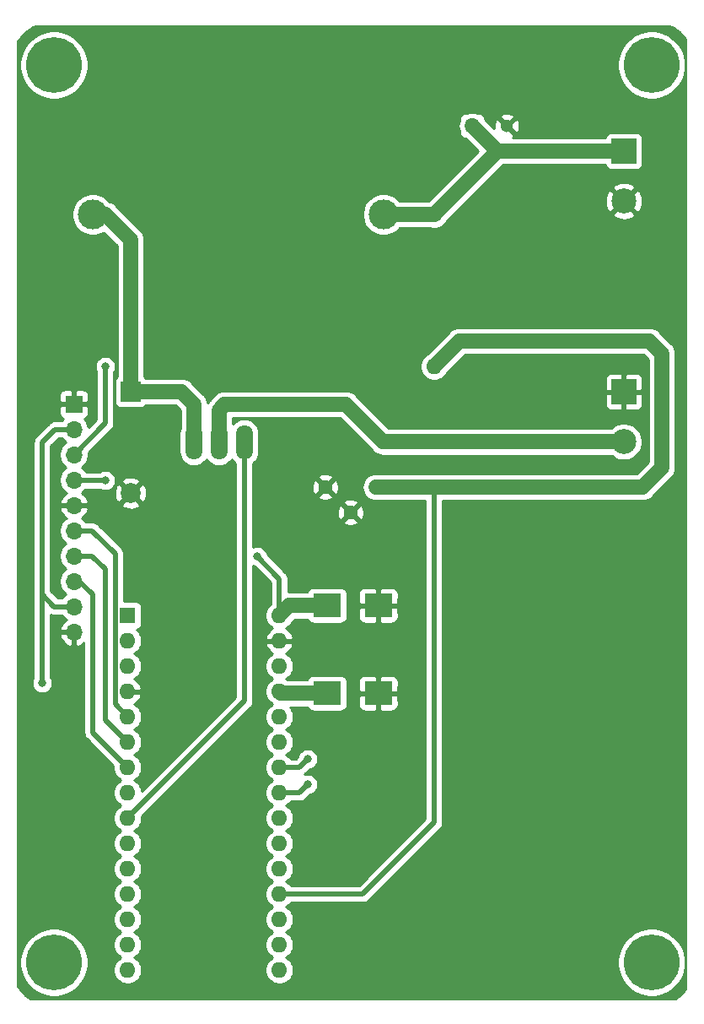
<source format=gbr>
%TF.GenerationSoftware,KiCad,Pcbnew,5.1.10*%
%TF.CreationDate,2021-10-26T18:05:10-04:00*%
%TF.ProjectId,BREAD_Slice,42524541-445f-4536-9c69-63652e6b6963,rev?*%
%TF.SameCoordinates,Original*%
%TF.FileFunction,Copper,L2,Bot*%
%TF.FilePolarity,Positive*%
%FSLAX46Y46*%
G04 Gerber Fmt 4.6, Leading zero omitted, Abs format (unit mm)*
G04 Created by KiCad (PCBNEW 5.1.10) date 2021-10-26 18:05:10*
%MOMM*%
%LPD*%
G01*
G04 APERTURE LIST*
%TA.AperFunction,ComponentPad*%
%ADD10O,1.600000X1.600000*%
%TD*%
%TA.AperFunction,ComponentPad*%
%ADD11C,1.600000*%
%TD*%
%TA.AperFunction,ComponentPad*%
%ADD12C,1.440000*%
%TD*%
%TA.AperFunction,ComponentPad*%
%ADD13O,1.699260X3.500120*%
%TD*%
%TA.AperFunction,ComponentPad*%
%ADD14C,3.000000*%
%TD*%
%TA.AperFunction,ComponentPad*%
%ADD15C,2.500000*%
%TD*%
%TA.AperFunction,ComponentPad*%
%ADD16R,2.500000X2.500000*%
%TD*%
%TA.AperFunction,ComponentPad*%
%ADD17R,1.998980X1.998980*%
%TD*%
%TA.AperFunction,ComponentPad*%
%ADD18C,1.998980*%
%TD*%
%TA.AperFunction,ComponentPad*%
%ADD19R,1.300000X1.300000*%
%TD*%
%TA.AperFunction,ComponentPad*%
%ADD20C,1.300000*%
%TD*%
%TA.AperFunction,ComponentPad*%
%ADD21C,5.600000*%
%TD*%
%TA.AperFunction,SMDPad,CuDef*%
%ADD22R,2.770000X2.350000*%
%TD*%
%TA.AperFunction,ComponentPad*%
%ADD23R,1.600000X1.600000*%
%TD*%
%TA.AperFunction,ComponentPad*%
%ADD24R,1.700000X1.700000*%
%TD*%
%TA.AperFunction,ComponentPad*%
%ADD25O,1.700000X1.700000*%
%TD*%
%TA.AperFunction,ViaPad*%
%ADD26C,0.800000*%
%TD*%
%TA.AperFunction,Conductor*%
%ADD27C,1.500000*%
%TD*%
%TA.AperFunction,Conductor*%
%ADD28C,0.500000*%
%TD*%
%TA.AperFunction,Conductor*%
%ADD29C,0.254000*%
%TD*%
%TA.AperFunction,Conductor*%
%ADD30C,0.100000*%
%TD*%
G04 APERTURE END LIST*
D10*
%TO.P,R1,2*%
%TO.N,/FB*%
X165780000Y-75030000D03*
D11*
%TO.P,R1,1*%
%TO.N,Net-(C3-Pad1)*%
X165780000Y-59790000D03*
%TD*%
D12*
%TO.P,RV1,3*%
%TO.N,GND*%
X154850000Y-87120000D03*
%TO.P,RV1,2*%
X157390000Y-89660000D03*
%TO.P,RV1,1*%
%TO.N,/FB*%
X159930000Y-87120000D03*
%TD*%
D13*
%TO.P,Q1,3*%
%TO.N,Net-(D1-Pad1)*%
X141650000Y-82650000D03*
%TO.P,Q1,1*%
%TO.N,/SW*%
X146730000Y-82650000D03*
%TO.P,Q1,2*%
%TO.N,Net-(J2-Pad2)*%
X144190000Y-82650000D03*
%TD*%
D14*
%TO.P,L1,2*%
%TO.N,Net-(C3-Pad1)*%
X160690000Y-59790000D03*
%TO.P,L1,1*%
%TO.N,Net-(D1-Pad1)*%
X131490000Y-59790000D03*
%TD*%
D15*
%TO.P,J3,2*%
%TO.N,GND*%
X184830000Y-58440000D03*
D16*
%TO.P,J3,1*%
%TO.N,Net-(C3-Pad1)*%
X184830000Y-53440000D03*
%TD*%
D15*
%TO.P,J2,2*%
%TO.N,Net-(J2-Pad2)*%
X184830000Y-82570000D03*
D16*
%TO.P,J2,1*%
%TO.N,GND*%
X184830000Y-77570000D03*
%TD*%
D17*
%TO.P,D1,1*%
%TO.N,Net-(D1-Pad1)*%
X135302540Y-77570000D03*
D18*
%TO.P,D1,2*%
%TO.N,GND*%
X135302540Y-87730000D03*
%TD*%
D19*
%TO.P,C3,1*%
%TO.N,Net-(C3-Pad1)*%
X169590000Y-50900000D03*
D20*
%TO.P,C3,2*%
%TO.N,GND*%
X173090000Y-50900000D03*
%TD*%
D21*
%TO.P,H4,1*%
%TO.N,N/C*%
X187600000Y-134800000D03*
%TD*%
%TO.P,H3,1*%
%TO.N,N/C*%
X127600000Y-134800000D03*
%TD*%
%TO.P,H2,1*%
%TO.N,N/C*%
X187600000Y-44800000D03*
%TD*%
%TO.P,H1,1*%
%TO.N,N/C*%
X127600000Y-44800000D03*
%TD*%
D22*
%TO.P,C1,2*%
%TO.N,GND*%
X160170000Y-99000000D03*
%TO.P,C1,1*%
%TO.N,+12V*%
X155030000Y-99000000D03*
%TD*%
D23*
%TO.P,A1,1*%
%TO.N,Net-(A1-Pad1)*%
X135000000Y-100000000D03*
D10*
%TO.P,A1,17*%
%TO.N,Net-(A1-Pad17)*%
X150240000Y-133020000D03*
%TO.P,A1,2*%
%TO.N,Net-(A1-Pad2)*%
X135000000Y-102540000D03*
%TO.P,A1,18*%
%TO.N,Net-(A1-Pad18)*%
X150240000Y-130480000D03*
%TO.P,A1,3*%
%TO.N,Net-(A1-Pad3)*%
X135000000Y-105080000D03*
%TO.P,A1,19*%
%TO.N,/FB*%
X150240000Y-127940000D03*
%TO.P,A1,4*%
%TO.N,GND*%
X135000000Y-107620000D03*
%TO.P,A1,20*%
%TO.N,Net-(A1-Pad20)*%
X150240000Y-125400000D03*
%TO.P,A1,5*%
%TO.N,/E_STOP*%
X135000000Y-110160000D03*
%TO.P,A1,21*%
%TO.N,Net-(A1-Pad21)*%
X150240000Y-122860000D03*
%TO.P,A1,6*%
%TO.N,/INT*%
X135000000Y-112700000D03*
%TO.P,A1,22*%
%TO.N,Net-(A1-Pad22)*%
X150240000Y-120320000D03*
%TO.P,A1,7*%
%TO.N,/SYNC*%
X135000000Y-115240000D03*
%TO.P,A1,23*%
%TO.N,/I2C_DAT*%
X150240000Y-117780000D03*
%TO.P,A1,8*%
%TO.N,Net-(A1-Pad8)*%
X135000000Y-117780000D03*
%TO.P,A1,24*%
%TO.N,/I2C_CLK*%
X150240000Y-115240000D03*
%TO.P,A1,9*%
%TO.N,/SW*%
X135000000Y-120320000D03*
%TO.P,A1,25*%
%TO.N,Net-(A1-Pad25)*%
X150240000Y-112700000D03*
%TO.P,A1,10*%
%TO.N,Net-(A1-Pad10)*%
X135000000Y-122860000D03*
%TO.P,A1,26*%
%TO.N,Net-(A1-Pad26)*%
X150240000Y-110160000D03*
%TO.P,A1,11*%
%TO.N,Net-(A1-Pad11)*%
X135000000Y-125400000D03*
%TO.P,A1,27*%
%TO.N,+5V*%
X150240000Y-107620000D03*
%TO.P,A1,12*%
%TO.N,Net-(A1-Pad12)*%
X135000000Y-127940000D03*
%TO.P,A1,28*%
%TO.N,Net-(A1-Pad28)*%
X150240000Y-105080000D03*
%TO.P,A1,13*%
%TO.N,Net-(A1-Pad13)*%
X135000000Y-130480000D03*
%TO.P,A1,29*%
%TO.N,GND*%
X150240000Y-102540000D03*
%TO.P,A1,14*%
%TO.N,Net-(A1-Pad14)*%
X135000000Y-133020000D03*
%TO.P,A1,30*%
%TO.N,+12V*%
X150240000Y-100000000D03*
%TO.P,A1,15*%
%TO.N,Net-(A1-Pad15)*%
X135000000Y-135560000D03*
%TO.P,A1,16*%
%TO.N,Net-(A1-Pad16)*%
X150240000Y-135560000D03*
%TD*%
D22*
%TO.P,C2,1*%
%TO.N,+5V*%
X155030000Y-107800000D03*
%TO.P,C2,2*%
%TO.N,GND*%
X160170000Y-107800000D03*
%TD*%
D24*
%TO.P,J1,1*%
%TO.N,GND*%
X129600000Y-78800000D03*
D25*
%TO.P,J1,2*%
%TO.N,+12V*%
X129600000Y-81340000D03*
%TO.P,J1,3*%
%TO.N,/I2C_CLK*%
X129600000Y-83880000D03*
%TO.P,J1,4*%
%TO.N,/I2C_DAT*%
X129600000Y-86420000D03*
%TO.P,J1,5*%
%TO.N,GND*%
X129600000Y-88960000D03*
%TO.P,J1,6*%
%TO.N,/E_STOP*%
X129600000Y-91500000D03*
%TO.P,J1,7*%
%TO.N,/INT*%
X129600000Y-94040000D03*
%TO.P,J1,8*%
%TO.N,/SYNC*%
X129600000Y-96580000D03*
%TO.P,J1,9*%
%TO.N,+12V*%
X129600000Y-99120000D03*
%TO.P,J1,10*%
%TO.N,GND*%
X129600000Y-101660000D03*
%TD*%
D26*
%TO.N,/I2C_CLK*%
X153080000Y-114400000D03*
X132760000Y-75030000D03*
%TO.N,/I2C_DAT*%
X153080000Y-116940000D03*
X132760000Y-86460000D03*
%TO.N,+12V*%
X126410000Y-106780000D03*
X148000000Y-94080000D03*
%TD*%
D27*
%TO.N,+5V*%
X150420000Y-107800000D02*
X150240000Y-107620000D01*
X155030000Y-107800000D02*
X150420000Y-107800000D01*
D28*
%TO.N,/I2C_CLK*%
X152240000Y-115240000D02*
X153080000Y-114400000D01*
X150240000Y-115240000D02*
X152240000Y-115240000D01*
X132760000Y-80720000D02*
X129600000Y-83880000D01*
X132760000Y-75030000D02*
X132760000Y-80720000D01*
%TO.N,/I2C_DAT*%
X152240000Y-117780000D02*
X153080000Y-116940000D01*
X150240000Y-117780000D02*
X152240000Y-117780000D01*
X129640000Y-86460000D02*
X129600000Y-86420000D01*
X132760000Y-86460000D02*
X129640000Y-86460000D01*
%TO.N,/SYNC*%
X135000000Y-115240000D02*
X131490000Y-111730000D01*
X131490000Y-111730000D02*
X131490000Y-97890000D01*
X130180000Y-96580000D02*
X129600000Y-96580000D01*
X131490000Y-97890000D02*
X130180000Y-96580000D01*
%TO.N,/E_STOP*%
X133749999Y-108909999D02*
X133749999Y-93799999D01*
X135000000Y-110160000D02*
X133749999Y-108909999D01*
X131450000Y-91500000D02*
X129600000Y-91500000D01*
X133749999Y-93799999D02*
X131450000Y-91500000D01*
D27*
%TO.N,+12V*%
X151240000Y-99000000D02*
X150240000Y-100000000D01*
X155030000Y-99000000D02*
X151240000Y-99000000D01*
D28*
X129600000Y-81340000D02*
X127720000Y-81340000D01*
X127720000Y-81340000D02*
X126410000Y-82650000D01*
X126410000Y-82650000D02*
X126410000Y-97890000D01*
X127640000Y-99120000D02*
X129600000Y-99120000D01*
X126410000Y-97890000D02*
X127640000Y-99120000D01*
X126410000Y-97890000D02*
X126410000Y-106780000D01*
X150240000Y-96320000D02*
X150240000Y-100000000D01*
X148000000Y-94080000D02*
X150240000Y-96320000D01*
%TO.N,/INT*%
X135000000Y-112700000D02*
X132760000Y-110460000D01*
X132760000Y-110460000D02*
X132760000Y-95350000D01*
X131450000Y-94040000D02*
X129600000Y-94040000D01*
X132760000Y-95350000D02*
X131450000Y-94040000D01*
D27*
%TO.N,/FB*%
X186710000Y-87120000D02*
X188640000Y-85190000D01*
X188640000Y-85190000D02*
X188640000Y-73760000D01*
X188640000Y-73760000D02*
X187370000Y-72490000D01*
X168320000Y-72490000D02*
X165780000Y-75030000D01*
X187370000Y-72490000D02*
X168320000Y-72490000D01*
D28*
X150240000Y-127940000D02*
X158590000Y-127940000D01*
X158590000Y-127940000D02*
X165780000Y-120750000D01*
X165780000Y-87730000D02*
X166390000Y-87120000D01*
X165780000Y-120750000D02*
X165780000Y-87730000D01*
D27*
X166390000Y-87120000D02*
X186710000Y-87120000D01*
X159930000Y-87120000D02*
X166390000Y-87120000D01*
D28*
%TO.N,/SW*%
X146730000Y-108590000D02*
X146730000Y-82650000D01*
X135000000Y-120320000D02*
X146730000Y-108590000D01*
D27*
%TO.N,Net-(C3-Pad1)*%
X172130000Y-53440000D02*
X169590000Y-50900000D01*
X184830000Y-53440000D02*
X172130000Y-53440000D01*
X172130000Y-53440000D02*
X165780000Y-59790000D01*
X165780000Y-59790000D02*
X160690000Y-59790000D01*
%TO.N,Net-(D1-Pad1)*%
X131490000Y-59790000D02*
X132760000Y-59790000D01*
X135302540Y-62332540D02*
X135302540Y-77570000D01*
X132760000Y-59790000D02*
X135302540Y-62332540D01*
X135302540Y-77570000D02*
X140380000Y-77570000D01*
X141650000Y-78840000D02*
X141650000Y-82650000D01*
X140380000Y-77570000D02*
X141650000Y-78840000D01*
%TO.N,Net-(J2-Pad2)*%
X184830000Y-82570000D02*
X160620000Y-82570000D01*
X160620000Y-82570000D02*
X156890000Y-78840000D01*
X144749940Y-78840000D02*
X144190000Y-79399940D01*
X144190000Y-79399940D02*
X144190000Y-82650000D01*
X156890000Y-78840000D02*
X144749940Y-78840000D01*
%TD*%
D29*
%TO.N,GND*%
X189807905Y-41066638D02*
X190434130Y-41516626D01*
X190970777Y-42070403D01*
X191053000Y-42192764D01*
X191053000Y-137398070D01*
X190883374Y-137634130D01*
X190329597Y-138170777D01*
X189984012Y-138403000D01*
X125210677Y-138403000D01*
X124765870Y-138083374D01*
X124229223Y-137529597D01*
X123997000Y-137184012D01*
X123997000Y-134461682D01*
X124165000Y-134461682D01*
X124165000Y-135138318D01*
X124297006Y-135801952D01*
X124555943Y-136427082D01*
X124931862Y-136989685D01*
X125410315Y-137468138D01*
X125972918Y-137844057D01*
X126598048Y-138102994D01*
X127261682Y-138235000D01*
X127938318Y-138235000D01*
X128601952Y-138102994D01*
X129227082Y-137844057D01*
X129789685Y-137468138D01*
X130268138Y-136989685D01*
X130644057Y-136427082D01*
X130902994Y-135801952D01*
X131035000Y-135138318D01*
X131035000Y-134461682D01*
X130902994Y-133798048D01*
X130644057Y-133172918D01*
X130268138Y-132610315D01*
X129789685Y-132131862D01*
X129227082Y-131755943D01*
X128601952Y-131497006D01*
X127938318Y-131365000D01*
X127261682Y-131365000D01*
X126598048Y-131497006D01*
X125972918Y-131755943D01*
X125410315Y-132131862D01*
X124931862Y-132610315D01*
X124555943Y-133172918D01*
X124297006Y-133798048D01*
X124165000Y-134461682D01*
X123997000Y-134461682D01*
X123997000Y-106678061D01*
X125375000Y-106678061D01*
X125375000Y-106881939D01*
X125414774Y-107081898D01*
X125492795Y-107270256D01*
X125606063Y-107439774D01*
X125750226Y-107583937D01*
X125919744Y-107697205D01*
X126108102Y-107775226D01*
X126308061Y-107815000D01*
X126511939Y-107815000D01*
X126711898Y-107775226D01*
X126900256Y-107697205D01*
X127069774Y-107583937D01*
X127213937Y-107439774D01*
X127327205Y-107270256D01*
X127405226Y-107081898D01*
X127445000Y-106881939D01*
X127445000Y-106678061D01*
X127405226Y-106478102D01*
X127327205Y-106289744D01*
X127295000Y-106241546D01*
X127295000Y-102016890D01*
X128158524Y-102016890D01*
X128203175Y-102164099D01*
X128328359Y-102426920D01*
X128502412Y-102660269D01*
X128718645Y-102855178D01*
X128968748Y-103004157D01*
X129243109Y-103101481D01*
X129473000Y-102980814D01*
X129473000Y-101787000D01*
X128279845Y-101787000D01*
X128158524Y-102016890D01*
X127295000Y-102016890D01*
X127295000Y-99939084D01*
X127299686Y-99941589D01*
X127439762Y-99984081D01*
X127466510Y-99992195D01*
X127596523Y-100005000D01*
X127596531Y-100005000D01*
X127640000Y-100009281D01*
X127683469Y-100005000D01*
X128405344Y-100005000D01*
X128446525Y-100066632D01*
X128653368Y-100273475D01*
X128835534Y-100395195D01*
X128718645Y-100464822D01*
X128502412Y-100659731D01*
X128328359Y-100893080D01*
X128203175Y-101155901D01*
X128158524Y-101303110D01*
X128279845Y-101533000D01*
X129473000Y-101533000D01*
X129473000Y-101513000D01*
X129727000Y-101513000D01*
X129727000Y-101533000D01*
X129747000Y-101533000D01*
X129747000Y-101787000D01*
X129727000Y-101787000D01*
X129727000Y-102980814D01*
X129956891Y-103101481D01*
X130231252Y-103004157D01*
X130481355Y-102855178D01*
X130605001Y-102743726D01*
X130605000Y-111686531D01*
X130600719Y-111730000D01*
X130605000Y-111773469D01*
X130605000Y-111773476D01*
X130617805Y-111903489D01*
X130668411Y-112070312D01*
X130750589Y-112224058D01*
X130861183Y-112358817D01*
X130894956Y-112386534D01*
X133571983Y-115063561D01*
X133565000Y-115098665D01*
X133565000Y-115381335D01*
X133620147Y-115658574D01*
X133728320Y-115919727D01*
X133885363Y-116154759D01*
X134085241Y-116354637D01*
X134317759Y-116510000D01*
X134085241Y-116665363D01*
X133885363Y-116865241D01*
X133728320Y-117100273D01*
X133620147Y-117361426D01*
X133565000Y-117638665D01*
X133565000Y-117921335D01*
X133620147Y-118198574D01*
X133728320Y-118459727D01*
X133885363Y-118694759D01*
X134085241Y-118894637D01*
X134317759Y-119050000D01*
X134085241Y-119205363D01*
X133885363Y-119405241D01*
X133728320Y-119640273D01*
X133620147Y-119901426D01*
X133565000Y-120178665D01*
X133565000Y-120461335D01*
X133620147Y-120738574D01*
X133728320Y-120999727D01*
X133885363Y-121234759D01*
X134085241Y-121434637D01*
X134317759Y-121590000D01*
X134085241Y-121745363D01*
X133885363Y-121945241D01*
X133728320Y-122180273D01*
X133620147Y-122441426D01*
X133565000Y-122718665D01*
X133565000Y-123001335D01*
X133620147Y-123278574D01*
X133728320Y-123539727D01*
X133885363Y-123774759D01*
X134085241Y-123974637D01*
X134317759Y-124130000D01*
X134085241Y-124285363D01*
X133885363Y-124485241D01*
X133728320Y-124720273D01*
X133620147Y-124981426D01*
X133565000Y-125258665D01*
X133565000Y-125541335D01*
X133620147Y-125818574D01*
X133728320Y-126079727D01*
X133885363Y-126314759D01*
X134085241Y-126514637D01*
X134317759Y-126670000D01*
X134085241Y-126825363D01*
X133885363Y-127025241D01*
X133728320Y-127260273D01*
X133620147Y-127521426D01*
X133565000Y-127798665D01*
X133565000Y-128081335D01*
X133620147Y-128358574D01*
X133728320Y-128619727D01*
X133885363Y-128854759D01*
X134085241Y-129054637D01*
X134317759Y-129210000D01*
X134085241Y-129365363D01*
X133885363Y-129565241D01*
X133728320Y-129800273D01*
X133620147Y-130061426D01*
X133565000Y-130338665D01*
X133565000Y-130621335D01*
X133620147Y-130898574D01*
X133728320Y-131159727D01*
X133885363Y-131394759D01*
X134085241Y-131594637D01*
X134317759Y-131750000D01*
X134085241Y-131905363D01*
X133885363Y-132105241D01*
X133728320Y-132340273D01*
X133620147Y-132601426D01*
X133565000Y-132878665D01*
X133565000Y-133161335D01*
X133620147Y-133438574D01*
X133728320Y-133699727D01*
X133885363Y-133934759D01*
X134085241Y-134134637D01*
X134317759Y-134290000D01*
X134085241Y-134445363D01*
X133885363Y-134645241D01*
X133728320Y-134880273D01*
X133620147Y-135141426D01*
X133565000Y-135418665D01*
X133565000Y-135701335D01*
X133620147Y-135978574D01*
X133728320Y-136239727D01*
X133885363Y-136474759D01*
X134085241Y-136674637D01*
X134320273Y-136831680D01*
X134581426Y-136939853D01*
X134858665Y-136995000D01*
X135141335Y-136995000D01*
X135418574Y-136939853D01*
X135679727Y-136831680D01*
X135914759Y-136674637D01*
X136114637Y-136474759D01*
X136271680Y-136239727D01*
X136379853Y-135978574D01*
X136435000Y-135701335D01*
X136435000Y-135418665D01*
X136379853Y-135141426D01*
X136271680Y-134880273D01*
X136114637Y-134645241D01*
X135914759Y-134445363D01*
X135682241Y-134290000D01*
X135914759Y-134134637D01*
X136114637Y-133934759D01*
X136271680Y-133699727D01*
X136379853Y-133438574D01*
X136435000Y-133161335D01*
X136435000Y-132878665D01*
X136379853Y-132601426D01*
X136271680Y-132340273D01*
X136114637Y-132105241D01*
X135914759Y-131905363D01*
X135682241Y-131750000D01*
X135914759Y-131594637D01*
X136114637Y-131394759D01*
X136271680Y-131159727D01*
X136379853Y-130898574D01*
X136435000Y-130621335D01*
X136435000Y-130338665D01*
X136379853Y-130061426D01*
X136271680Y-129800273D01*
X136114637Y-129565241D01*
X135914759Y-129365363D01*
X135682241Y-129210000D01*
X135914759Y-129054637D01*
X136114637Y-128854759D01*
X136271680Y-128619727D01*
X136379853Y-128358574D01*
X136435000Y-128081335D01*
X136435000Y-127798665D01*
X136379853Y-127521426D01*
X136271680Y-127260273D01*
X136114637Y-127025241D01*
X135914759Y-126825363D01*
X135682241Y-126670000D01*
X135914759Y-126514637D01*
X136114637Y-126314759D01*
X136271680Y-126079727D01*
X136379853Y-125818574D01*
X136435000Y-125541335D01*
X136435000Y-125258665D01*
X136379853Y-124981426D01*
X136271680Y-124720273D01*
X136114637Y-124485241D01*
X135914759Y-124285363D01*
X135682241Y-124130000D01*
X135914759Y-123974637D01*
X136114637Y-123774759D01*
X136271680Y-123539727D01*
X136379853Y-123278574D01*
X136435000Y-123001335D01*
X136435000Y-122718665D01*
X136379853Y-122441426D01*
X136271680Y-122180273D01*
X136114637Y-121945241D01*
X135914759Y-121745363D01*
X135682241Y-121590000D01*
X135914759Y-121434637D01*
X136114637Y-121234759D01*
X136271680Y-120999727D01*
X136379853Y-120738574D01*
X136435000Y-120461335D01*
X136435000Y-120178665D01*
X136428017Y-120143561D01*
X147325051Y-109246528D01*
X147358817Y-109218817D01*
X147386571Y-109185000D01*
X147445210Y-109113548D01*
X147469411Y-109084059D01*
X147551589Y-108930313D01*
X147602195Y-108763490D01*
X147615000Y-108633477D01*
X147615000Y-108633467D01*
X147619281Y-108590001D01*
X147615000Y-108546534D01*
X147615000Y-104938665D01*
X148805000Y-104938665D01*
X148805000Y-105221335D01*
X148860147Y-105498574D01*
X148968320Y-105759727D01*
X149125363Y-105994759D01*
X149325241Y-106194637D01*
X149557759Y-106350000D01*
X149325241Y-106505363D01*
X149125363Y-106705241D01*
X148968320Y-106940273D01*
X148860147Y-107201426D01*
X148805000Y-107478665D01*
X148805000Y-107761335D01*
X148860147Y-108038574D01*
X148968320Y-108299727D01*
X149125363Y-108534759D01*
X149325241Y-108734637D01*
X149557759Y-108890000D01*
X149325241Y-109045363D01*
X149125363Y-109245241D01*
X148968320Y-109480273D01*
X148860147Y-109741426D01*
X148805000Y-110018665D01*
X148805000Y-110301335D01*
X148860147Y-110578574D01*
X148968320Y-110839727D01*
X149125363Y-111074759D01*
X149325241Y-111274637D01*
X149557759Y-111430000D01*
X149325241Y-111585363D01*
X149125363Y-111785241D01*
X148968320Y-112020273D01*
X148860147Y-112281426D01*
X148805000Y-112558665D01*
X148805000Y-112841335D01*
X148860147Y-113118574D01*
X148968320Y-113379727D01*
X149125363Y-113614759D01*
X149325241Y-113814637D01*
X149557759Y-113970000D01*
X149325241Y-114125363D01*
X149125363Y-114325241D01*
X148968320Y-114560273D01*
X148860147Y-114821426D01*
X148805000Y-115098665D01*
X148805000Y-115381335D01*
X148860147Y-115658574D01*
X148968320Y-115919727D01*
X149125363Y-116154759D01*
X149325241Y-116354637D01*
X149557759Y-116510000D01*
X149325241Y-116665363D01*
X149125363Y-116865241D01*
X148968320Y-117100273D01*
X148860147Y-117361426D01*
X148805000Y-117638665D01*
X148805000Y-117921335D01*
X148860147Y-118198574D01*
X148968320Y-118459727D01*
X149125363Y-118694759D01*
X149325241Y-118894637D01*
X149557759Y-119050000D01*
X149325241Y-119205363D01*
X149125363Y-119405241D01*
X148968320Y-119640273D01*
X148860147Y-119901426D01*
X148805000Y-120178665D01*
X148805000Y-120461335D01*
X148860147Y-120738574D01*
X148968320Y-120999727D01*
X149125363Y-121234759D01*
X149325241Y-121434637D01*
X149557759Y-121590000D01*
X149325241Y-121745363D01*
X149125363Y-121945241D01*
X148968320Y-122180273D01*
X148860147Y-122441426D01*
X148805000Y-122718665D01*
X148805000Y-123001335D01*
X148860147Y-123278574D01*
X148968320Y-123539727D01*
X149125363Y-123774759D01*
X149325241Y-123974637D01*
X149557759Y-124130000D01*
X149325241Y-124285363D01*
X149125363Y-124485241D01*
X148968320Y-124720273D01*
X148860147Y-124981426D01*
X148805000Y-125258665D01*
X148805000Y-125541335D01*
X148860147Y-125818574D01*
X148968320Y-126079727D01*
X149125363Y-126314759D01*
X149325241Y-126514637D01*
X149557759Y-126670000D01*
X149325241Y-126825363D01*
X149125363Y-127025241D01*
X148968320Y-127260273D01*
X148860147Y-127521426D01*
X148805000Y-127798665D01*
X148805000Y-128081335D01*
X148860147Y-128358574D01*
X148968320Y-128619727D01*
X149125363Y-128854759D01*
X149325241Y-129054637D01*
X149557759Y-129210000D01*
X149325241Y-129365363D01*
X149125363Y-129565241D01*
X148968320Y-129800273D01*
X148860147Y-130061426D01*
X148805000Y-130338665D01*
X148805000Y-130621335D01*
X148860147Y-130898574D01*
X148968320Y-131159727D01*
X149125363Y-131394759D01*
X149325241Y-131594637D01*
X149557759Y-131750000D01*
X149325241Y-131905363D01*
X149125363Y-132105241D01*
X148968320Y-132340273D01*
X148860147Y-132601426D01*
X148805000Y-132878665D01*
X148805000Y-133161335D01*
X148860147Y-133438574D01*
X148968320Y-133699727D01*
X149125363Y-133934759D01*
X149325241Y-134134637D01*
X149557759Y-134290000D01*
X149325241Y-134445363D01*
X149125363Y-134645241D01*
X148968320Y-134880273D01*
X148860147Y-135141426D01*
X148805000Y-135418665D01*
X148805000Y-135701335D01*
X148860147Y-135978574D01*
X148968320Y-136239727D01*
X149125363Y-136474759D01*
X149325241Y-136674637D01*
X149560273Y-136831680D01*
X149821426Y-136939853D01*
X150098665Y-136995000D01*
X150381335Y-136995000D01*
X150658574Y-136939853D01*
X150919727Y-136831680D01*
X151154759Y-136674637D01*
X151354637Y-136474759D01*
X151511680Y-136239727D01*
X151619853Y-135978574D01*
X151675000Y-135701335D01*
X151675000Y-135418665D01*
X151619853Y-135141426D01*
X151511680Y-134880273D01*
X151354637Y-134645241D01*
X151171078Y-134461682D01*
X184165000Y-134461682D01*
X184165000Y-135138318D01*
X184297006Y-135801952D01*
X184555943Y-136427082D01*
X184931862Y-136989685D01*
X185410315Y-137468138D01*
X185972918Y-137844057D01*
X186598048Y-138102994D01*
X187261682Y-138235000D01*
X187938318Y-138235000D01*
X188601952Y-138102994D01*
X189227082Y-137844057D01*
X189789685Y-137468138D01*
X190268138Y-136989685D01*
X190644057Y-136427082D01*
X190902994Y-135801952D01*
X191035000Y-135138318D01*
X191035000Y-134461682D01*
X190902994Y-133798048D01*
X190644057Y-133172918D01*
X190268138Y-132610315D01*
X189789685Y-132131862D01*
X189227082Y-131755943D01*
X188601952Y-131497006D01*
X187938318Y-131365000D01*
X187261682Y-131365000D01*
X186598048Y-131497006D01*
X185972918Y-131755943D01*
X185410315Y-132131862D01*
X184931862Y-132610315D01*
X184555943Y-133172918D01*
X184297006Y-133798048D01*
X184165000Y-134461682D01*
X151171078Y-134461682D01*
X151154759Y-134445363D01*
X150922241Y-134290000D01*
X151154759Y-134134637D01*
X151354637Y-133934759D01*
X151511680Y-133699727D01*
X151619853Y-133438574D01*
X151675000Y-133161335D01*
X151675000Y-132878665D01*
X151619853Y-132601426D01*
X151511680Y-132340273D01*
X151354637Y-132105241D01*
X151154759Y-131905363D01*
X150922241Y-131750000D01*
X151154759Y-131594637D01*
X151354637Y-131394759D01*
X151511680Y-131159727D01*
X151619853Y-130898574D01*
X151675000Y-130621335D01*
X151675000Y-130338665D01*
X151619853Y-130061426D01*
X151511680Y-129800273D01*
X151354637Y-129565241D01*
X151154759Y-129365363D01*
X150922241Y-129210000D01*
X151154759Y-129054637D01*
X151354637Y-128854759D01*
X151374521Y-128825000D01*
X158546531Y-128825000D01*
X158590000Y-128829281D01*
X158633469Y-128825000D01*
X158633477Y-128825000D01*
X158763490Y-128812195D01*
X158930313Y-128761589D01*
X159084059Y-128679411D01*
X159218817Y-128568817D01*
X159246534Y-128535044D01*
X166375051Y-121406528D01*
X166408817Y-121378817D01*
X166519411Y-121244059D01*
X166547133Y-121192195D01*
X166601589Y-121090314D01*
X166652195Y-120923490D01*
X166652195Y-120923489D01*
X166665000Y-120793477D01*
X166665000Y-120793469D01*
X166669281Y-120750000D01*
X166665000Y-120706531D01*
X166665000Y-88505000D01*
X186641971Y-88505000D01*
X186710000Y-88511700D01*
X186778029Y-88505000D01*
X186778037Y-88505000D01*
X186981507Y-88484960D01*
X187242581Y-88405764D01*
X187483188Y-88277157D01*
X187694081Y-88104081D01*
X187737454Y-88051231D01*
X189571241Y-86217445D01*
X189624080Y-86174081D01*
X189667445Y-86121241D01*
X189667452Y-86121234D01*
X189780172Y-85983884D01*
X189797157Y-85963188D01*
X189925764Y-85722581D01*
X190004960Y-85461507D01*
X190025000Y-85258037D01*
X190025000Y-85258028D01*
X190031700Y-85190001D01*
X190025000Y-85121974D01*
X190025000Y-73828026D01*
X190031700Y-73759999D01*
X190025000Y-73691972D01*
X190025000Y-73691963D01*
X190004960Y-73488493D01*
X189925764Y-73227419D01*
X189797157Y-72986812D01*
X189624081Y-72775919D01*
X189571236Y-72732550D01*
X188397454Y-71558769D01*
X188354081Y-71505919D01*
X188143188Y-71332843D01*
X187902581Y-71204236D01*
X187641507Y-71125040D01*
X187438037Y-71105000D01*
X187438029Y-71105000D01*
X187370000Y-71098300D01*
X187301971Y-71105000D01*
X168388026Y-71105000D01*
X168319999Y-71098300D01*
X168251972Y-71105000D01*
X168251963Y-71105000D01*
X168048493Y-71125040D01*
X167787419Y-71204236D01*
X167546812Y-71332843D01*
X167335919Y-71505919D01*
X167292546Y-71558769D01*
X165078340Y-73772975D01*
X164865241Y-73915363D01*
X164665363Y-74115241D01*
X164508320Y-74350273D01*
X164400147Y-74611426D01*
X164345000Y-74888665D01*
X164345000Y-75171335D01*
X164400147Y-75448574D01*
X164508320Y-75709727D01*
X164665363Y-75944759D01*
X164865241Y-76144637D01*
X165100273Y-76301680D01*
X165361426Y-76409853D01*
X165638665Y-76465000D01*
X165921335Y-76465000D01*
X166198574Y-76409853D01*
X166415498Y-76320000D01*
X182941928Y-76320000D01*
X182945000Y-77284250D01*
X183103750Y-77443000D01*
X184703000Y-77443000D01*
X184703000Y-75843750D01*
X184957000Y-75843750D01*
X184957000Y-77443000D01*
X186556250Y-77443000D01*
X186715000Y-77284250D01*
X186718072Y-76320000D01*
X186705812Y-76195518D01*
X186669502Y-76075820D01*
X186610537Y-75965506D01*
X186531185Y-75868815D01*
X186434494Y-75789463D01*
X186324180Y-75730498D01*
X186204482Y-75694188D01*
X186080000Y-75681928D01*
X185115750Y-75685000D01*
X184957000Y-75843750D01*
X184703000Y-75843750D01*
X184544250Y-75685000D01*
X183580000Y-75681928D01*
X183455518Y-75694188D01*
X183335820Y-75730498D01*
X183225506Y-75789463D01*
X183128815Y-75868815D01*
X183049463Y-75965506D01*
X182990498Y-76075820D01*
X182954188Y-76195518D01*
X182941928Y-76320000D01*
X166415498Y-76320000D01*
X166459727Y-76301680D01*
X166694759Y-76144637D01*
X166894637Y-75944759D01*
X167037025Y-75731660D01*
X168893685Y-73875000D01*
X186796315Y-73875000D01*
X187255001Y-74333687D01*
X187255000Y-84616314D01*
X186136315Y-85735000D01*
X159861963Y-85735000D01*
X159658493Y-85755040D01*
X159397419Y-85834236D01*
X159156812Y-85962843D01*
X158945919Y-86135919D01*
X158772843Y-86346812D01*
X158644236Y-86587419D01*
X158565040Y-86848493D01*
X158538299Y-87120000D01*
X158565040Y-87391507D01*
X158644236Y-87652581D01*
X158772843Y-87893188D01*
X158945919Y-88104081D01*
X159156812Y-88277157D01*
X159397419Y-88405764D01*
X159658493Y-88484960D01*
X159861963Y-88505000D01*
X164895001Y-88505000D01*
X164895000Y-120383421D01*
X158223422Y-127055000D01*
X151374521Y-127055000D01*
X151354637Y-127025241D01*
X151154759Y-126825363D01*
X150922241Y-126670000D01*
X151154759Y-126514637D01*
X151354637Y-126314759D01*
X151511680Y-126079727D01*
X151619853Y-125818574D01*
X151675000Y-125541335D01*
X151675000Y-125258665D01*
X151619853Y-124981426D01*
X151511680Y-124720273D01*
X151354637Y-124485241D01*
X151154759Y-124285363D01*
X150922241Y-124130000D01*
X151154759Y-123974637D01*
X151354637Y-123774759D01*
X151511680Y-123539727D01*
X151619853Y-123278574D01*
X151675000Y-123001335D01*
X151675000Y-122718665D01*
X151619853Y-122441426D01*
X151511680Y-122180273D01*
X151354637Y-121945241D01*
X151154759Y-121745363D01*
X150922241Y-121590000D01*
X151154759Y-121434637D01*
X151354637Y-121234759D01*
X151511680Y-120999727D01*
X151619853Y-120738574D01*
X151675000Y-120461335D01*
X151675000Y-120178665D01*
X151619853Y-119901426D01*
X151511680Y-119640273D01*
X151354637Y-119405241D01*
X151154759Y-119205363D01*
X150922241Y-119050000D01*
X151154759Y-118894637D01*
X151354637Y-118694759D01*
X151374521Y-118665000D01*
X152196531Y-118665000D01*
X152240000Y-118669281D01*
X152283469Y-118665000D01*
X152283477Y-118665000D01*
X152413490Y-118652195D01*
X152580313Y-118601589D01*
X152734059Y-118519411D01*
X152868817Y-118408817D01*
X152896534Y-118375044D01*
X153325044Y-117946535D01*
X153381898Y-117935226D01*
X153570256Y-117857205D01*
X153739774Y-117743937D01*
X153883937Y-117599774D01*
X153997205Y-117430256D01*
X154075226Y-117241898D01*
X154115000Y-117041939D01*
X154115000Y-116838061D01*
X154075226Y-116638102D01*
X153997205Y-116449744D01*
X153883937Y-116280226D01*
X153739774Y-116136063D01*
X153570256Y-116022795D01*
X153381898Y-115944774D01*
X153181939Y-115905000D01*
X152978061Y-115905000D01*
X152778102Y-115944774D01*
X152774391Y-115946311D01*
X152868817Y-115868817D01*
X152896534Y-115835044D01*
X153325044Y-115406535D01*
X153381898Y-115395226D01*
X153570256Y-115317205D01*
X153739774Y-115203937D01*
X153883937Y-115059774D01*
X153997205Y-114890256D01*
X154075226Y-114701898D01*
X154115000Y-114501939D01*
X154115000Y-114298061D01*
X154075226Y-114098102D01*
X153997205Y-113909744D01*
X153883937Y-113740226D01*
X153739774Y-113596063D01*
X153570256Y-113482795D01*
X153381898Y-113404774D01*
X153181939Y-113365000D01*
X152978061Y-113365000D01*
X152778102Y-113404774D01*
X152589744Y-113482795D01*
X152420226Y-113596063D01*
X152276063Y-113740226D01*
X152162795Y-113909744D01*
X152084774Y-114098102D01*
X152073465Y-114154956D01*
X151873422Y-114355000D01*
X151374521Y-114355000D01*
X151354637Y-114325241D01*
X151154759Y-114125363D01*
X150922241Y-113970000D01*
X151154759Y-113814637D01*
X151354637Y-113614759D01*
X151511680Y-113379727D01*
X151619853Y-113118574D01*
X151675000Y-112841335D01*
X151675000Y-112558665D01*
X151619853Y-112281426D01*
X151511680Y-112020273D01*
X151354637Y-111785241D01*
X151154759Y-111585363D01*
X150922241Y-111430000D01*
X151154759Y-111274637D01*
X151354637Y-111074759D01*
X151511680Y-110839727D01*
X151619853Y-110578574D01*
X151675000Y-110301335D01*
X151675000Y-110018665D01*
X151619853Y-109741426D01*
X151511680Y-109480273D01*
X151354637Y-109245241D01*
X151294396Y-109185000D01*
X153045130Y-109185000D01*
X153055498Y-109219180D01*
X153114463Y-109329494D01*
X153193815Y-109426185D01*
X153290506Y-109505537D01*
X153400820Y-109564502D01*
X153520518Y-109600812D01*
X153645000Y-109613072D01*
X156415000Y-109613072D01*
X156539482Y-109600812D01*
X156659180Y-109564502D01*
X156769494Y-109505537D01*
X156866185Y-109426185D01*
X156945537Y-109329494D01*
X157004502Y-109219180D01*
X157040812Y-109099482D01*
X157053072Y-108975000D01*
X158146928Y-108975000D01*
X158159188Y-109099482D01*
X158195498Y-109219180D01*
X158254463Y-109329494D01*
X158333815Y-109426185D01*
X158430506Y-109505537D01*
X158540820Y-109564502D01*
X158660518Y-109600812D01*
X158785000Y-109613072D01*
X159884250Y-109610000D01*
X160043000Y-109451250D01*
X160043000Y-107927000D01*
X160297000Y-107927000D01*
X160297000Y-109451250D01*
X160455750Y-109610000D01*
X161555000Y-109613072D01*
X161679482Y-109600812D01*
X161799180Y-109564502D01*
X161909494Y-109505537D01*
X162006185Y-109426185D01*
X162085537Y-109329494D01*
X162144502Y-109219180D01*
X162180812Y-109099482D01*
X162193072Y-108975000D01*
X162190000Y-108085750D01*
X162031250Y-107927000D01*
X160297000Y-107927000D01*
X160043000Y-107927000D01*
X158308750Y-107927000D01*
X158150000Y-108085750D01*
X158146928Y-108975000D01*
X157053072Y-108975000D01*
X157053072Y-106625000D01*
X158146928Y-106625000D01*
X158150000Y-107514250D01*
X158308750Y-107673000D01*
X160043000Y-107673000D01*
X160043000Y-106148750D01*
X160297000Y-106148750D01*
X160297000Y-107673000D01*
X162031250Y-107673000D01*
X162190000Y-107514250D01*
X162193072Y-106625000D01*
X162180812Y-106500518D01*
X162144502Y-106380820D01*
X162085537Y-106270506D01*
X162006185Y-106173815D01*
X161909494Y-106094463D01*
X161799180Y-106035498D01*
X161679482Y-105999188D01*
X161555000Y-105986928D01*
X160455750Y-105990000D01*
X160297000Y-106148750D01*
X160043000Y-106148750D01*
X159884250Y-105990000D01*
X158785000Y-105986928D01*
X158660518Y-105999188D01*
X158540820Y-106035498D01*
X158430506Y-106094463D01*
X158333815Y-106173815D01*
X158254463Y-106270506D01*
X158195498Y-106380820D01*
X158159188Y-106500518D01*
X158146928Y-106625000D01*
X157053072Y-106625000D01*
X157040812Y-106500518D01*
X157004502Y-106380820D01*
X156945537Y-106270506D01*
X156866185Y-106173815D01*
X156769494Y-106094463D01*
X156659180Y-106035498D01*
X156539482Y-105999188D01*
X156415000Y-105986928D01*
X153645000Y-105986928D01*
X153520518Y-105999188D01*
X153400820Y-106035498D01*
X153290506Y-106094463D01*
X153193815Y-106173815D01*
X153114463Y-106270506D01*
X153055498Y-106380820D01*
X153045130Y-106415000D01*
X151019521Y-106415000D01*
X150922241Y-106350000D01*
X151154759Y-106194637D01*
X151354637Y-105994759D01*
X151511680Y-105759727D01*
X151619853Y-105498574D01*
X151675000Y-105221335D01*
X151675000Y-104938665D01*
X151619853Y-104661426D01*
X151511680Y-104400273D01*
X151354637Y-104165241D01*
X151154759Y-103965363D01*
X150919727Y-103808320D01*
X150909135Y-103803933D01*
X151095131Y-103692385D01*
X151303519Y-103503414D01*
X151471037Y-103277420D01*
X151591246Y-103023087D01*
X151631904Y-102889039D01*
X151509915Y-102667000D01*
X150367000Y-102667000D01*
X150367000Y-102687000D01*
X150113000Y-102687000D01*
X150113000Y-102667000D01*
X148970085Y-102667000D01*
X148848096Y-102889039D01*
X148888754Y-103023087D01*
X149008963Y-103277420D01*
X149176481Y-103503414D01*
X149384869Y-103692385D01*
X149570865Y-103803933D01*
X149560273Y-103808320D01*
X149325241Y-103965363D01*
X149125363Y-104165241D01*
X148968320Y-104400273D01*
X148860147Y-104661426D01*
X148805000Y-104938665D01*
X147615000Y-104938665D01*
X147615000Y-95040804D01*
X147698102Y-95075226D01*
X147754957Y-95086535D01*
X149355000Y-96686579D01*
X149355001Y-98865478D01*
X149325241Y-98885363D01*
X149125363Y-99085241D01*
X148968320Y-99320273D01*
X148860147Y-99581426D01*
X148805000Y-99858665D01*
X148805000Y-100141335D01*
X148860147Y-100418574D01*
X148968320Y-100679727D01*
X149125363Y-100914759D01*
X149325241Y-101114637D01*
X149560273Y-101271680D01*
X149570865Y-101276067D01*
X149384869Y-101387615D01*
X149176481Y-101576586D01*
X149008963Y-101802580D01*
X148888754Y-102056913D01*
X148848096Y-102190961D01*
X148970085Y-102413000D01*
X150113000Y-102413000D01*
X150113000Y-102393000D01*
X150367000Y-102393000D01*
X150367000Y-102413000D01*
X151509915Y-102413000D01*
X151631904Y-102190961D01*
X151591246Y-102056913D01*
X151471037Y-101802580D01*
X151303519Y-101576586D01*
X151095131Y-101387615D01*
X150909135Y-101276067D01*
X150919727Y-101271680D01*
X151154759Y-101114637D01*
X151354637Y-100914759D01*
X151497024Y-100701661D01*
X151813686Y-100385000D01*
X153045130Y-100385000D01*
X153055498Y-100419180D01*
X153114463Y-100529494D01*
X153193815Y-100626185D01*
X153290506Y-100705537D01*
X153400820Y-100764502D01*
X153520518Y-100800812D01*
X153645000Y-100813072D01*
X156415000Y-100813072D01*
X156539482Y-100800812D01*
X156659180Y-100764502D01*
X156769494Y-100705537D01*
X156866185Y-100626185D01*
X156945537Y-100529494D01*
X157004502Y-100419180D01*
X157040812Y-100299482D01*
X157053072Y-100175000D01*
X158146928Y-100175000D01*
X158159188Y-100299482D01*
X158195498Y-100419180D01*
X158254463Y-100529494D01*
X158333815Y-100626185D01*
X158430506Y-100705537D01*
X158540820Y-100764502D01*
X158660518Y-100800812D01*
X158785000Y-100813072D01*
X159884250Y-100810000D01*
X160043000Y-100651250D01*
X160043000Y-99127000D01*
X160297000Y-99127000D01*
X160297000Y-100651250D01*
X160455750Y-100810000D01*
X161555000Y-100813072D01*
X161679482Y-100800812D01*
X161799180Y-100764502D01*
X161909494Y-100705537D01*
X162006185Y-100626185D01*
X162085537Y-100529494D01*
X162144502Y-100419180D01*
X162180812Y-100299482D01*
X162193072Y-100175000D01*
X162190000Y-99285750D01*
X162031250Y-99127000D01*
X160297000Y-99127000D01*
X160043000Y-99127000D01*
X158308750Y-99127000D01*
X158150000Y-99285750D01*
X158146928Y-100175000D01*
X157053072Y-100175000D01*
X157053072Y-97825000D01*
X158146928Y-97825000D01*
X158150000Y-98714250D01*
X158308750Y-98873000D01*
X160043000Y-98873000D01*
X160043000Y-97348750D01*
X160297000Y-97348750D01*
X160297000Y-98873000D01*
X162031250Y-98873000D01*
X162190000Y-98714250D01*
X162193072Y-97825000D01*
X162180812Y-97700518D01*
X162144502Y-97580820D01*
X162085537Y-97470506D01*
X162006185Y-97373815D01*
X161909494Y-97294463D01*
X161799180Y-97235498D01*
X161679482Y-97199188D01*
X161555000Y-97186928D01*
X160455750Y-97190000D01*
X160297000Y-97348750D01*
X160043000Y-97348750D01*
X159884250Y-97190000D01*
X158785000Y-97186928D01*
X158660518Y-97199188D01*
X158540820Y-97235498D01*
X158430506Y-97294463D01*
X158333815Y-97373815D01*
X158254463Y-97470506D01*
X158195498Y-97580820D01*
X158159188Y-97700518D01*
X158146928Y-97825000D01*
X157053072Y-97825000D01*
X157040812Y-97700518D01*
X157004502Y-97580820D01*
X156945537Y-97470506D01*
X156866185Y-97373815D01*
X156769494Y-97294463D01*
X156659180Y-97235498D01*
X156539482Y-97199188D01*
X156415000Y-97186928D01*
X153645000Y-97186928D01*
X153520518Y-97199188D01*
X153400820Y-97235498D01*
X153290506Y-97294463D01*
X153193815Y-97373815D01*
X153114463Y-97470506D01*
X153055498Y-97580820D01*
X153045130Y-97615000D01*
X151308037Y-97615000D01*
X151240000Y-97608299D01*
X151125000Y-97619625D01*
X151125000Y-96363465D01*
X151129281Y-96319999D01*
X151125000Y-96276533D01*
X151125000Y-96276523D01*
X151112195Y-96146510D01*
X151061589Y-95979687D01*
X150979411Y-95825941D01*
X150868817Y-95691183D01*
X150835050Y-95663471D01*
X149006535Y-93834957D01*
X148995226Y-93778102D01*
X148917205Y-93589744D01*
X148803937Y-93420226D01*
X148659774Y-93276063D01*
X148490256Y-93162795D01*
X148301898Y-93084774D01*
X148101939Y-93045000D01*
X147898061Y-93045000D01*
X147698102Y-93084774D01*
X147615000Y-93119196D01*
X147615000Y-90595560D01*
X156634045Y-90595560D01*
X156695932Y-90831368D01*
X156937790Y-90944266D01*
X157197027Y-91007811D01*
X157463680Y-91019561D01*
X157727501Y-90979063D01*
X157978353Y-90887875D01*
X158084068Y-90831368D01*
X158145955Y-90595560D01*
X157390000Y-89839605D01*
X156634045Y-90595560D01*
X147615000Y-90595560D01*
X147615000Y-89733680D01*
X156030439Y-89733680D01*
X156070937Y-89997501D01*
X156162125Y-90248353D01*
X156218632Y-90354068D01*
X156454440Y-90415955D01*
X157210395Y-89660000D01*
X157569605Y-89660000D01*
X158325560Y-90415955D01*
X158561368Y-90354068D01*
X158674266Y-90112210D01*
X158737811Y-89852973D01*
X158749561Y-89586320D01*
X158709063Y-89322499D01*
X158617875Y-89071647D01*
X158561368Y-88965932D01*
X158325560Y-88904045D01*
X157569605Y-89660000D01*
X157210395Y-89660000D01*
X156454440Y-88904045D01*
X156218632Y-88965932D01*
X156105734Y-89207790D01*
X156042189Y-89467027D01*
X156030439Y-89733680D01*
X147615000Y-89733680D01*
X147615000Y-88724440D01*
X156634045Y-88724440D01*
X157390000Y-89480395D01*
X158145955Y-88724440D01*
X158084068Y-88488632D01*
X157842210Y-88375734D01*
X157582973Y-88312189D01*
X157316320Y-88300439D01*
X157052499Y-88340937D01*
X156801647Y-88432125D01*
X156695932Y-88488632D01*
X156634045Y-88724440D01*
X147615000Y-88724440D01*
X147615000Y-88055560D01*
X154094045Y-88055560D01*
X154155932Y-88291368D01*
X154397790Y-88404266D01*
X154657027Y-88467811D01*
X154923680Y-88479561D01*
X155187501Y-88439063D01*
X155438353Y-88347875D01*
X155544068Y-88291368D01*
X155605955Y-88055560D01*
X154850000Y-87299605D01*
X154094045Y-88055560D01*
X147615000Y-88055560D01*
X147615000Y-87193680D01*
X153490439Y-87193680D01*
X153530937Y-87457501D01*
X153622125Y-87708353D01*
X153678632Y-87814068D01*
X153914440Y-87875955D01*
X154670395Y-87120000D01*
X155029605Y-87120000D01*
X155785560Y-87875955D01*
X156021368Y-87814068D01*
X156134266Y-87572210D01*
X156197811Y-87312973D01*
X156209561Y-87046320D01*
X156169063Y-86782499D01*
X156077875Y-86531647D01*
X156021368Y-86425932D01*
X155785560Y-86364045D01*
X155029605Y-87120000D01*
X154670395Y-87120000D01*
X153914440Y-86364045D01*
X153678632Y-86425932D01*
X153565734Y-86667790D01*
X153502189Y-86927027D01*
X153490439Y-87193680D01*
X147615000Y-87193680D01*
X147615000Y-86184440D01*
X154094045Y-86184440D01*
X154850000Y-86940395D01*
X155605955Y-86184440D01*
X155544068Y-85948632D01*
X155302210Y-85835734D01*
X155042973Y-85772189D01*
X154776320Y-85760439D01*
X154512499Y-85800937D01*
X154261647Y-85892125D01*
X154155932Y-85948632D01*
X154094045Y-86184440D01*
X147615000Y-86184440D01*
X147615000Y-84744710D01*
X147784871Y-84605301D01*
X147970397Y-84379237D01*
X148108255Y-84121322D01*
X148193148Y-83841468D01*
X148214630Y-83623360D01*
X148214630Y-81676640D01*
X148193148Y-81458532D01*
X148108255Y-81178678D01*
X147970397Y-80920763D01*
X147784871Y-80694699D01*
X147558807Y-80509173D01*
X147300892Y-80371315D01*
X147021038Y-80286422D01*
X146730000Y-80257757D01*
X146438963Y-80286422D01*
X146159109Y-80371315D01*
X145901194Y-80509173D01*
X145675130Y-80694699D01*
X145575000Y-80816708D01*
X145575000Y-80225000D01*
X156316315Y-80225000D01*
X159592550Y-83501236D01*
X159635919Y-83554081D01*
X159688764Y-83597450D01*
X159688766Y-83597452D01*
X159720334Y-83623359D01*
X159846812Y-83727157D01*
X160087419Y-83855764D01*
X160348493Y-83934960D01*
X160551963Y-83955000D01*
X160551971Y-83955000D01*
X160620000Y-83961700D01*
X160688029Y-83955000D01*
X183549207Y-83955000D01*
X183628382Y-84034175D01*
X183937118Y-84240466D01*
X184280166Y-84382561D01*
X184644344Y-84455000D01*
X185015656Y-84455000D01*
X185379834Y-84382561D01*
X185722882Y-84240466D01*
X186031618Y-84034175D01*
X186294175Y-83771618D01*
X186500466Y-83462882D01*
X186642561Y-83119834D01*
X186715000Y-82755656D01*
X186715000Y-82384344D01*
X186642561Y-82020166D01*
X186500466Y-81677118D01*
X186294175Y-81368382D01*
X186031618Y-81105825D01*
X185722882Y-80899534D01*
X185379834Y-80757439D01*
X185015656Y-80685000D01*
X184644344Y-80685000D01*
X184280166Y-80757439D01*
X183937118Y-80899534D01*
X183628382Y-81105825D01*
X183549207Y-81185000D01*
X161193686Y-81185000D01*
X158828686Y-78820000D01*
X182941928Y-78820000D01*
X182954188Y-78944482D01*
X182990498Y-79064180D01*
X183049463Y-79174494D01*
X183128815Y-79271185D01*
X183225506Y-79350537D01*
X183335820Y-79409502D01*
X183455518Y-79445812D01*
X183580000Y-79458072D01*
X184544250Y-79455000D01*
X184703000Y-79296250D01*
X184703000Y-77697000D01*
X184957000Y-77697000D01*
X184957000Y-79296250D01*
X185115750Y-79455000D01*
X186080000Y-79458072D01*
X186204482Y-79445812D01*
X186324180Y-79409502D01*
X186434494Y-79350537D01*
X186531185Y-79271185D01*
X186610537Y-79174494D01*
X186669502Y-79064180D01*
X186705812Y-78944482D01*
X186718072Y-78820000D01*
X186715000Y-77855750D01*
X186556250Y-77697000D01*
X184957000Y-77697000D01*
X184703000Y-77697000D01*
X183103750Y-77697000D01*
X182945000Y-77855750D01*
X182941928Y-78820000D01*
X158828686Y-78820000D01*
X157917454Y-77908769D01*
X157874081Y-77855919D01*
X157663188Y-77682843D01*
X157422581Y-77554236D01*
X157161507Y-77475040D01*
X156958037Y-77455000D01*
X156958029Y-77455000D01*
X156890000Y-77448300D01*
X156821971Y-77455000D01*
X144817969Y-77455000D01*
X144749940Y-77448300D01*
X144681911Y-77455000D01*
X144681903Y-77455000D01*
X144478433Y-77475040D01*
X144217359Y-77554236D01*
X143976752Y-77682843D01*
X143765859Y-77855919D01*
X143722486Y-77908769D01*
X143258765Y-78372490D01*
X143205919Y-78415860D01*
X143162550Y-78468705D01*
X143162548Y-78468707D01*
X143080657Y-78568492D01*
X143032843Y-78626753D01*
X143022588Y-78645939D01*
X143014960Y-78568493D01*
X142935764Y-78307419D01*
X142807157Y-78066812D01*
X142759087Y-78008239D01*
X142677452Y-77908766D01*
X142677445Y-77908759D01*
X142634080Y-77855919D01*
X142581241Y-77812555D01*
X141407454Y-76638769D01*
X141364081Y-76585919D01*
X141153188Y-76412843D01*
X140912581Y-76284236D01*
X140651507Y-76205040D01*
X140448037Y-76185000D01*
X140448029Y-76185000D01*
X140380000Y-76178300D01*
X140311971Y-76185000D01*
X136807113Y-76185000D01*
X136753215Y-76119325D01*
X136687540Y-76065427D01*
X136687540Y-62400577D01*
X136694241Y-62332540D01*
X136667500Y-62061033D01*
X136588304Y-61799959D01*
X136459697Y-61559352D01*
X136329992Y-61401306D01*
X136329985Y-61401299D01*
X136286620Y-61348459D01*
X136233781Y-61305095D01*
X134508407Y-59579721D01*
X158555000Y-59579721D01*
X158555000Y-60000279D01*
X158637047Y-60412756D01*
X158797988Y-60801302D01*
X159031637Y-61150983D01*
X159329017Y-61448363D01*
X159678698Y-61682012D01*
X160067244Y-61842953D01*
X160479721Y-61925000D01*
X160900279Y-61925000D01*
X161312756Y-61842953D01*
X161701302Y-61682012D01*
X162050983Y-61448363D01*
X162324346Y-61175000D01*
X165387301Y-61175000D01*
X165638665Y-61225000D01*
X165921335Y-61225000D01*
X166198574Y-61169853D01*
X166459727Y-61061680D01*
X166694759Y-60904637D01*
X166894637Y-60704759D01*
X167037025Y-60491661D01*
X167775081Y-59753605D01*
X183696000Y-59753605D01*
X183821914Y-60043577D01*
X184154126Y-60209433D01*
X184512312Y-60307290D01*
X184882706Y-60333389D01*
X185251075Y-60286725D01*
X185603262Y-60169094D01*
X185838086Y-60043577D01*
X185964000Y-59753605D01*
X184830000Y-58619605D01*
X183696000Y-59753605D01*
X167775081Y-59753605D01*
X169035980Y-58492706D01*
X182936611Y-58492706D01*
X182983275Y-58861075D01*
X183100906Y-59213262D01*
X183226423Y-59448086D01*
X183516395Y-59574000D01*
X184650395Y-58440000D01*
X185009605Y-58440000D01*
X186143605Y-59574000D01*
X186433577Y-59448086D01*
X186599433Y-59115874D01*
X186697290Y-58757688D01*
X186723389Y-58387294D01*
X186676725Y-58018925D01*
X186559094Y-57666738D01*
X186433577Y-57431914D01*
X186143605Y-57306000D01*
X185009605Y-58440000D01*
X184650395Y-58440000D01*
X183516395Y-57306000D01*
X183226423Y-57431914D01*
X183060567Y-57764126D01*
X182962710Y-58122312D01*
X182936611Y-58492706D01*
X169035980Y-58492706D01*
X170402291Y-57126395D01*
X183696000Y-57126395D01*
X184830000Y-58260395D01*
X185964000Y-57126395D01*
X185838086Y-56836423D01*
X185505874Y-56670567D01*
X185147688Y-56572710D01*
X184777294Y-56546611D01*
X184408925Y-56593275D01*
X184056738Y-56710906D01*
X183821914Y-56836423D01*
X183696000Y-57126395D01*
X170402291Y-57126395D01*
X172703686Y-54825000D01*
X182957379Y-54825000D01*
X182990498Y-54934180D01*
X183049463Y-55044494D01*
X183128815Y-55141185D01*
X183225506Y-55220537D01*
X183335820Y-55279502D01*
X183455518Y-55315812D01*
X183580000Y-55328072D01*
X186080000Y-55328072D01*
X186204482Y-55315812D01*
X186324180Y-55279502D01*
X186434494Y-55220537D01*
X186531185Y-55141185D01*
X186610537Y-55044494D01*
X186669502Y-54934180D01*
X186705812Y-54814482D01*
X186718072Y-54690000D01*
X186718072Y-52190000D01*
X186705812Y-52065518D01*
X186669502Y-51945820D01*
X186610537Y-51835506D01*
X186531185Y-51738815D01*
X186434494Y-51659463D01*
X186324180Y-51600498D01*
X186204482Y-51564188D01*
X186080000Y-51551928D01*
X183580000Y-51551928D01*
X183455518Y-51564188D01*
X183335820Y-51600498D01*
X183225506Y-51659463D01*
X183128815Y-51738815D01*
X183049463Y-51835506D01*
X182990498Y-51945820D01*
X182957379Y-52055000D01*
X173666203Y-52055000D01*
X173742534Y-52014201D01*
X173795922Y-51785527D01*
X173090000Y-51079605D01*
X173075858Y-51093748D01*
X172896253Y-50914143D01*
X172910395Y-50900000D01*
X173269605Y-50900000D01*
X173975527Y-51605922D01*
X174204201Y-51552534D01*
X174310095Y-51322626D01*
X174369102Y-51076476D01*
X174378952Y-50823545D01*
X174339270Y-50573551D01*
X174251578Y-50336104D01*
X174204201Y-50247466D01*
X173975527Y-50194078D01*
X173269605Y-50900000D01*
X172910395Y-50900000D01*
X172204473Y-50194078D01*
X171975799Y-50247466D01*
X171869905Y-50477374D01*
X171810898Y-50723524D01*
X171801048Y-50976455D01*
X171834239Y-51185554D01*
X170875820Y-50227135D01*
X170865812Y-50125518D01*
X170832127Y-50014473D01*
X172384078Y-50014473D01*
X173090000Y-50720395D01*
X173795922Y-50014473D01*
X173742534Y-49785799D01*
X173512626Y-49679905D01*
X173266476Y-49620898D01*
X173013545Y-49611048D01*
X172763551Y-49650730D01*
X172526104Y-49738422D01*
X172437466Y-49785799D01*
X172384078Y-50014473D01*
X170832127Y-50014473D01*
X170829502Y-50005820D01*
X170770537Y-49895506D01*
X170691185Y-49798815D01*
X170594494Y-49719463D01*
X170484180Y-49660498D01*
X170364482Y-49624188D01*
X170240000Y-49611928D01*
X170114972Y-49611928D01*
X169861507Y-49535040D01*
X169590000Y-49508300D01*
X169318493Y-49535040D01*
X169065028Y-49611928D01*
X168940000Y-49611928D01*
X168815518Y-49624188D01*
X168695820Y-49660498D01*
X168585506Y-49719463D01*
X168488815Y-49798815D01*
X168409463Y-49895506D01*
X168350498Y-50005820D01*
X168314188Y-50125518D01*
X168301928Y-50250000D01*
X168301928Y-50375028D01*
X168225040Y-50628493D01*
X168198300Y-50900000D01*
X168225040Y-51171507D01*
X168301928Y-51424972D01*
X168301928Y-51550000D01*
X168314188Y-51674482D01*
X168350498Y-51794180D01*
X168409463Y-51904494D01*
X168488815Y-52001185D01*
X168585506Y-52080537D01*
X168695820Y-52139502D01*
X168815518Y-52175812D01*
X168917135Y-52185820D01*
X170171315Y-53440000D01*
X165206315Y-58405000D01*
X162324346Y-58405000D01*
X162050983Y-58131637D01*
X161701302Y-57897988D01*
X161312756Y-57737047D01*
X160900279Y-57655000D01*
X160479721Y-57655000D01*
X160067244Y-57737047D01*
X159678698Y-57897988D01*
X159329017Y-58131637D01*
X159031637Y-58429017D01*
X158797988Y-58778698D01*
X158637047Y-59167244D01*
X158555000Y-59579721D01*
X134508407Y-59579721D01*
X133787452Y-58858767D01*
X133744081Y-58805919D01*
X133533188Y-58632843D01*
X133292581Y-58504236D01*
X133174737Y-58468488D01*
X133148363Y-58429017D01*
X132850983Y-58131637D01*
X132501302Y-57897988D01*
X132112756Y-57737047D01*
X131700279Y-57655000D01*
X131279721Y-57655000D01*
X130867244Y-57737047D01*
X130478698Y-57897988D01*
X130129017Y-58131637D01*
X129831637Y-58429017D01*
X129597988Y-58778698D01*
X129437047Y-59167244D01*
X129355000Y-59579721D01*
X129355000Y-60000279D01*
X129437047Y-60412756D01*
X129597988Y-60801302D01*
X129831637Y-61150983D01*
X130129017Y-61448363D01*
X130478698Y-61682012D01*
X130867244Y-61842953D01*
X131279721Y-61925000D01*
X131700279Y-61925000D01*
X132112756Y-61842953D01*
X132501302Y-61682012D01*
X132616412Y-61605098D01*
X133917540Y-62906226D01*
X133917541Y-76065426D01*
X133851865Y-76119325D01*
X133772513Y-76216016D01*
X133713548Y-76326330D01*
X133677238Y-76446028D01*
X133664978Y-76570510D01*
X133664978Y-78569490D01*
X133677238Y-78693972D01*
X133713548Y-78813670D01*
X133772513Y-78923984D01*
X133851865Y-79020675D01*
X133948556Y-79100027D01*
X134058870Y-79158992D01*
X134178568Y-79195302D01*
X134303050Y-79207562D01*
X136302030Y-79207562D01*
X136426512Y-79195302D01*
X136546210Y-79158992D01*
X136656524Y-79100027D01*
X136753215Y-79020675D01*
X136807113Y-78955000D01*
X139806315Y-78955000D01*
X140265000Y-79413686D01*
X140265001Y-81200914D01*
X140186853Y-81458532D01*
X140165370Y-81676640D01*
X140165370Y-83623359D01*
X140186852Y-83841467D01*
X140271745Y-84121321D01*
X140409603Y-84379236D01*
X140595129Y-84605301D01*
X140821193Y-84790827D01*
X141079108Y-84928685D01*
X141358962Y-85013578D01*
X141650000Y-85042243D01*
X141941037Y-85013578D01*
X142220891Y-84928685D01*
X142478806Y-84790827D01*
X142704871Y-84605301D01*
X142890397Y-84379237D01*
X142920000Y-84323853D01*
X142949603Y-84379236D01*
X143135129Y-84605301D01*
X143361193Y-84790827D01*
X143619108Y-84928685D01*
X143898962Y-85013578D01*
X144190000Y-85042243D01*
X144481037Y-85013578D01*
X144760891Y-84928685D01*
X145018806Y-84790827D01*
X145244871Y-84605301D01*
X145430397Y-84379237D01*
X145460000Y-84323853D01*
X145489603Y-84379236D01*
X145675129Y-84605301D01*
X145845001Y-84744711D01*
X145845000Y-108223421D01*
X136434130Y-117634292D01*
X136379853Y-117361426D01*
X136271680Y-117100273D01*
X136114637Y-116865241D01*
X135914759Y-116665363D01*
X135682241Y-116510000D01*
X135914759Y-116354637D01*
X136114637Y-116154759D01*
X136271680Y-115919727D01*
X136379853Y-115658574D01*
X136435000Y-115381335D01*
X136435000Y-115098665D01*
X136379853Y-114821426D01*
X136271680Y-114560273D01*
X136114637Y-114325241D01*
X135914759Y-114125363D01*
X135682241Y-113970000D01*
X135914759Y-113814637D01*
X136114637Y-113614759D01*
X136271680Y-113379727D01*
X136379853Y-113118574D01*
X136435000Y-112841335D01*
X136435000Y-112558665D01*
X136379853Y-112281426D01*
X136271680Y-112020273D01*
X136114637Y-111785241D01*
X135914759Y-111585363D01*
X135682241Y-111430000D01*
X135914759Y-111274637D01*
X136114637Y-111074759D01*
X136271680Y-110839727D01*
X136379853Y-110578574D01*
X136435000Y-110301335D01*
X136435000Y-110018665D01*
X136379853Y-109741426D01*
X136271680Y-109480273D01*
X136114637Y-109245241D01*
X135914759Y-109045363D01*
X135679727Y-108888320D01*
X135669135Y-108883933D01*
X135855131Y-108772385D01*
X136063519Y-108583414D01*
X136231037Y-108357420D01*
X136351246Y-108103087D01*
X136391904Y-107969039D01*
X136269915Y-107747000D01*
X135127000Y-107747000D01*
X135127000Y-107767000D01*
X134873000Y-107767000D01*
X134873000Y-107747000D01*
X134853000Y-107747000D01*
X134853000Y-107493000D01*
X134873000Y-107493000D01*
X134873000Y-107473000D01*
X135127000Y-107473000D01*
X135127000Y-107493000D01*
X136269915Y-107493000D01*
X136391904Y-107270961D01*
X136351246Y-107136913D01*
X136231037Y-106882580D01*
X136063519Y-106656586D01*
X135855131Y-106467615D01*
X135669135Y-106356067D01*
X135679727Y-106351680D01*
X135914759Y-106194637D01*
X136114637Y-105994759D01*
X136271680Y-105759727D01*
X136379853Y-105498574D01*
X136435000Y-105221335D01*
X136435000Y-104938665D01*
X136379853Y-104661426D01*
X136271680Y-104400273D01*
X136114637Y-104165241D01*
X135914759Y-103965363D01*
X135682241Y-103810000D01*
X135914759Y-103654637D01*
X136114637Y-103454759D01*
X136271680Y-103219727D01*
X136379853Y-102958574D01*
X136435000Y-102681335D01*
X136435000Y-102398665D01*
X136379853Y-102121426D01*
X136271680Y-101860273D01*
X136114637Y-101625241D01*
X135916039Y-101426643D01*
X135924482Y-101425812D01*
X136044180Y-101389502D01*
X136154494Y-101330537D01*
X136251185Y-101251185D01*
X136330537Y-101154494D01*
X136389502Y-101044180D01*
X136425812Y-100924482D01*
X136438072Y-100800000D01*
X136438072Y-99200000D01*
X136425812Y-99075518D01*
X136389502Y-98955820D01*
X136330537Y-98845506D01*
X136251185Y-98748815D01*
X136154494Y-98669463D01*
X136044180Y-98610498D01*
X135924482Y-98574188D01*
X135800000Y-98561928D01*
X134634999Y-98561928D01*
X134634999Y-93843468D01*
X134639280Y-93799999D01*
X134634999Y-93756530D01*
X134634999Y-93756522D01*
X134622194Y-93626509D01*
X134571588Y-93459686D01*
X134489410Y-93305940D01*
X134464890Y-93276063D01*
X134406531Y-93204952D01*
X134406529Y-93204950D01*
X134378816Y-93171182D01*
X134345048Y-93143469D01*
X132106534Y-90904956D01*
X132078817Y-90871183D01*
X131944059Y-90760589D01*
X131790313Y-90678411D01*
X131623490Y-90627805D01*
X131493477Y-90615000D01*
X131493469Y-90615000D01*
X131450000Y-90610719D01*
X131406531Y-90615000D01*
X130794656Y-90615000D01*
X130753475Y-90553368D01*
X130546632Y-90346525D01*
X130364466Y-90224805D01*
X130481355Y-90155178D01*
X130697588Y-89960269D01*
X130871641Y-89726920D01*
X130996825Y-89464099D01*
X131041476Y-89316890D01*
X130920155Y-89087000D01*
X129727000Y-89087000D01*
X129727000Y-89107000D01*
X129473000Y-89107000D01*
X129473000Y-89087000D01*
X128279845Y-89087000D01*
X128158524Y-89316890D01*
X128203175Y-89464099D01*
X128328359Y-89726920D01*
X128502412Y-89960269D01*
X128718645Y-90155178D01*
X128835534Y-90224805D01*
X128653368Y-90346525D01*
X128446525Y-90553368D01*
X128284010Y-90796589D01*
X128172068Y-91066842D01*
X128115000Y-91353740D01*
X128115000Y-91646260D01*
X128172068Y-91933158D01*
X128284010Y-92203411D01*
X128446525Y-92446632D01*
X128653368Y-92653475D01*
X128827760Y-92770000D01*
X128653368Y-92886525D01*
X128446525Y-93093368D01*
X128284010Y-93336589D01*
X128172068Y-93606842D01*
X128115000Y-93893740D01*
X128115000Y-94186260D01*
X128172068Y-94473158D01*
X128284010Y-94743411D01*
X128446525Y-94986632D01*
X128653368Y-95193475D01*
X128827760Y-95310000D01*
X128653368Y-95426525D01*
X128446525Y-95633368D01*
X128284010Y-95876589D01*
X128172068Y-96146842D01*
X128115000Y-96433740D01*
X128115000Y-96726260D01*
X128172068Y-97013158D01*
X128284010Y-97283411D01*
X128446525Y-97526632D01*
X128653368Y-97733475D01*
X128827760Y-97850000D01*
X128653368Y-97966525D01*
X128446525Y-98173368D01*
X128405344Y-98235000D01*
X128006579Y-98235000D01*
X127295000Y-97523422D01*
X127295000Y-88865050D01*
X134347095Y-88865050D01*
X134442798Y-89129399D01*
X134732327Y-89270238D01*
X135043769Y-89351885D01*
X135365155Y-89371205D01*
X135684135Y-89327454D01*
X135988451Y-89222314D01*
X136162282Y-89129399D01*
X136257985Y-88865050D01*
X135302540Y-87909605D01*
X134347095Y-88865050D01*
X127295000Y-88865050D01*
X127295000Y-83016578D01*
X128086579Y-82225000D01*
X128405344Y-82225000D01*
X128446525Y-82286632D01*
X128653368Y-82493475D01*
X128827760Y-82610000D01*
X128653368Y-82726525D01*
X128446525Y-82933368D01*
X128284010Y-83176589D01*
X128172068Y-83446842D01*
X128115000Y-83733740D01*
X128115000Y-84026260D01*
X128172068Y-84313158D01*
X128284010Y-84583411D01*
X128446525Y-84826632D01*
X128653368Y-85033475D01*
X128827760Y-85150000D01*
X128653368Y-85266525D01*
X128446525Y-85473368D01*
X128284010Y-85716589D01*
X128172068Y-85986842D01*
X128115000Y-86273740D01*
X128115000Y-86566260D01*
X128172068Y-86853158D01*
X128284010Y-87123411D01*
X128446525Y-87366632D01*
X128653368Y-87573475D01*
X128835534Y-87695195D01*
X128718645Y-87764822D01*
X128502412Y-87959731D01*
X128328359Y-88193080D01*
X128203175Y-88455901D01*
X128158524Y-88603110D01*
X128279845Y-88833000D01*
X129473000Y-88833000D01*
X129473000Y-88813000D01*
X129727000Y-88813000D01*
X129727000Y-88833000D01*
X130920155Y-88833000D01*
X131041476Y-88603110D01*
X130996825Y-88455901D01*
X130871641Y-88193080D01*
X130697588Y-87959731D01*
X130512189Y-87792615D01*
X133661335Y-87792615D01*
X133705086Y-88111595D01*
X133810226Y-88415911D01*
X133903141Y-88589742D01*
X134167490Y-88685445D01*
X135122935Y-87730000D01*
X135482145Y-87730000D01*
X136437590Y-88685445D01*
X136701939Y-88589742D01*
X136842778Y-88300213D01*
X136924425Y-87988771D01*
X136943745Y-87667385D01*
X136899994Y-87348405D01*
X136794854Y-87044089D01*
X136701939Y-86870258D01*
X136437590Y-86774555D01*
X135482145Y-87730000D01*
X135122935Y-87730000D01*
X134167490Y-86774555D01*
X133903141Y-86870258D01*
X133762302Y-87159787D01*
X133680655Y-87471229D01*
X133661335Y-87792615D01*
X130512189Y-87792615D01*
X130481355Y-87764822D01*
X130364466Y-87695195D01*
X130546632Y-87573475D01*
X130753475Y-87366632D01*
X130767929Y-87345000D01*
X132221546Y-87345000D01*
X132269744Y-87377205D01*
X132458102Y-87455226D01*
X132658061Y-87495000D01*
X132861939Y-87495000D01*
X133061898Y-87455226D01*
X133250256Y-87377205D01*
X133419774Y-87263937D01*
X133563937Y-87119774D01*
X133677205Y-86950256D01*
X133755226Y-86761898D01*
X133788433Y-86594950D01*
X134347095Y-86594950D01*
X135302540Y-87550395D01*
X136257985Y-86594950D01*
X136162282Y-86330601D01*
X135872753Y-86189762D01*
X135561311Y-86108115D01*
X135239925Y-86088795D01*
X134920945Y-86132546D01*
X134616629Y-86237686D01*
X134442798Y-86330601D01*
X134347095Y-86594950D01*
X133788433Y-86594950D01*
X133795000Y-86561939D01*
X133795000Y-86358061D01*
X133755226Y-86158102D01*
X133677205Y-85969744D01*
X133563937Y-85800226D01*
X133419774Y-85656063D01*
X133250256Y-85542795D01*
X133061898Y-85464774D01*
X132861939Y-85425000D01*
X132658061Y-85425000D01*
X132458102Y-85464774D01*
X132269744Y-85542795D01*
X132221546Y-85575000D01*
X130821383Y-85575000D01*
X130753475Y-85473368D01*
X130546632Y-85266525D01*
X130372240Y-85150000D01*
X130546632Y-85033475D01*
X130753475Y-84826632D01*
X130915990Y-84583411D01*
X131027932Y-84313158D01*
X131085000Y-84026260D01*
X131085000Y-83733740D01*
X131070539Y-83661039D01*
X133355049Y-81376530D01*
X133388817Y-81348817D01*
X133499411Y-81214059D01*
X133581589Y-81060313D01*
X133632195Y-80893490D01*
X133645000Y-80763477D01*
X133645000Y-80763469D01*
X133649281Y-80720000D01*
X133645000Y-80676531D01*
X133645000Y-75568454D01*
X133677205Y-75520256D01*
X133755226Y-75331898D01*
X133795000Y-75131939D01*
X133795000Y-74928061D01*
X133755226Y-74728102D01*
X133677205Y-74539744D01*
X133563937Y-74370226D01*
X133419774Y-74226063D01*
X133250256Y-74112795D01*
X133061898Y-74034774D01*
X132861939Y-73995000D01*
X132658061Y-73995000D01*
X132458102Y-74034774D01*
X132269744Y-74112795D01*
X132100226Y-74226063D01*
X131956063Y-74370226D01*
X131842795Y-74539744D01*
X131764774Y-74728102D01*
X131725000Y-74928061D01*
X131725000Y-75131939D01*
X131764774Y-75331898D01*
X131842795Y-75520256D01*
X131875000Y-75568454D01*
X131875001Y-80353420D01*
X131076652Y-81151770D01*
X131027932Y-80906842D01*
X130915990Y-80636589D01*
X130753475Y-80393368D01*
X130621620Y-80261513D01*
X130694180Y-80239502D01*
X130804494Y-80180537D01*
X130901185Y-80101185D01*
X130980537Y-80004494D01*
X131039502Y-79894180D01*
X131075812Y-79774482D01*
X131088072Y-79650000D01*
X131085000Y-79085750D01*
X130926250Y-78927000D01*
X129727000Y-78927000D01*
X129727000Y-78947000D01*
X129473000Y-78947000D01*
X129473000Y-78927000D01*
X128273750Y-78927000D01*
X128115000Y-79085750D01*
X128111928Y-79650000D01*
X128124188Y-79774482D01*
X128160498Y-79894180D01*
X128219463Y-80004494D01*
X128298815Y-80101185D01*
X128395506Y-80180537D01*
X128505820Y-80239502D01*
X128578380Y-80261513D01*
X128446525Y-80393368D01*
X128405344Y-80455000D01*
X127763469Y-80455000D01*
X127720000Y-80450719D01*
X127676531Y-80455000D01*
X127676523Y-80455000D01*
X127546510Y-80467805D01*
X127379687Y-80518411D01*
X127327117Y-80546510D01*
X127225941Y-80600589D01*
X127124953Y-80683468D01*
X127124951Y-80683470D01*
X127091183Y-80711183D01*
X127063470Y-80744951D01*
X125814956Y-81993466D01*
X125781183Y-82021183D01*
X125670589Y-82155942D01*
X125588411Y-82309688D01*
X125537805Y-82476511D01*
X125525000Y-82606524D01*
X125525000Y-82606531D01*
X125520719Y-82650000D01*
X125525000Y-82693469D01*
X125525001Y-97846514D01*
X125525000Y-97846524D01*
X125525000Y-97846531D01*
X125520719Y-97890000D01*
X125525000Y-97933469D01*
X125525001Y-106241544D01*
X125492795Y-106289744D01*
X125414774Y-106478102D01*
X125375000Y-106678061D01*
X123997000Y-106678061D01*
X123997000Y-77950000D01*
X128111928Y-77950000D01*
X128115000Y-78514250D01*
X128273750Y-78673000D01*
X129473000Y-78673000D01*
X129473000Y-77473750D01*
X129727000Y-77473750D01*
X129727000Y-78673000D01*
X130926250Y-78673000D01*
X131085000Y-78514250D01*
X131088072Y-77950000D01*
X131075812Y-77825518D01*
X131039502Y-77705820D01*
X130980537Y-77595506D01*
X130901185Y-77498815D01*
X130804494Y-77419463D01*
X130694180Y-77360498D01*
X130574482Y-77324188D01*
X130450000Y-77311928D01*
X129885750Y-77315000D01*
X129727000Y-77473750D01*
X129473000Y-77473750D01*
X129314250Y-77315000D01*
X128750000Y-77311928D01*
X128625518Y-77324188D01*
X128505820Y-77360498D01*
X128395506Y-77419463D01*
X128298815Y-77498815D01*
X128219463Y-77595506D01*
X128160498Y-77705820D01*
X128124188Y-77825518D01*
X128111928Y-77950000D01*
X123997000Y-77950000D01*
X123997000Y-44461682D01*
X124165000Y-44461682D01*
X124165000Y-45138318D01*
X124297006Y-45801952D01*
X124555943Y-46427082D01*
X124931862Y-46989685D01*
X125410315Y-47468138D01*
X125972918Y-47844057D01*
X126598048Y-48102994D01*
X127261682Y-48235000D01*
X127938318Y-48235000D01*
X128601952Y-48102994D01*
X129227082Y-47844057D01*
X129789685Y-47468138D01*
X130268138Y-46989685D01*
X130644057Y-46427082D01*
X130902994Y-45801952D01*
X131035000Y-45138318D01*
X131035000Y-44461682D01*
X184165000Y-44461682D01*
X184165000Y-45138318D01*
X184297006Y-45801952D01*
X184555943Y-46427082D01*
X184931862Y-46989685D01*
X185410315Y-47468138D01*
X185972918Y-47844057D01*
X186598048Y-48102994D01*
X187261682Y-48235000D01*
X187938318Y-48235000D01*
X188601952Y-48102994D01*
X189227082Y-47844057D01*
X189789685Y-47468138D01*
X190268138Y-46989685D01*
X190644057Y-46427082D01*
X190902994Y-45801952D01*
X191035000Y-45138318D01*
X191035000Y-44461682D01*
X190902994Y-43798048D01*
X190644057Y-43172918D01*
X190268138Y-42610315D01*
X189789685Y-42131862D01*
X189227082Y-41755943D01*
X188601952Y-41497006D01*
X187938318Y-41365000D01*
X187261682Y-41365000D01*
X186598048Y-41497006D01*
X185972918Y-41755943D01*
X185410315Y-42131862D01*
X184931862Y-42610315D01*
X184555943Y-43172918D01*
X184297006Y-43798048D01*
X184165000Y-44461682D01*
X131035000Y-44461682D01*
X130902994Y-43798048D01*
X130644057Y-43172918D01*
X130268138Y-42610315D01*
X129789685Y-42131862D01*
X129227082Y-41755943D01*
X128601952Y-41497006D01*
X127938318Y-41365000D01*
X127261682Y-41365000D01*
X126598048Y-41497006D01*
X125972918Y-41755943D01*
X125410315Y-42131862D01*
X124931862Y-42610315D01*
X124555943Y-43172918D01*
X124297006Y-43798048D01*
X124165000Y-44461682D01*
X123997000Y-44461682D01*
X123997000Y-42410677D01*
X124316626Y-41965870D01*
X124870403Y-41429223D01*
X125510451Y-40999129D01*
X125811448Y-40867000D01*
X189389356Y-40867000D01*
X189807905Y-41066638D01*
%TA.AperFunction,Conductor*%
D30*
G36*
X189807905Y-41066638D02*
G01*
X190434130Y-41516626D01*
X190970777Y-42070403D01*
X191053000Y-42192764D01*
X191053000Y-137398070D01*
X190883374Y-137634130D01*
X190329597Y-138170777D01*
X189984012Y-138403000D01*
X125210677Y-138403000D01*
X124765870Y-138083374D01*
X124229223Y-137529597D01*
X123997000Y-137184012D01*
X123997000Y-134461682D01*
X124165000Y-134461682D01*
X124165000Y-135138318D01*
X124297006Y-135801952D01*
X124555943Y-136427082D01*
X124931862Y-136989685D01*
X125410315Y-137468138D01*
X125972918Y-137844057D01*
X126598048Y-138102994D01*
X127261682Y-138235000D01*
X127938318Y-138235000D01*
X128601952Y-138102994D01*
X129227082Y-137844057D01*
X129789685Y-137468138D01*
X130268138Y-136989685D01*
X130644057Y-136427082D01*
X130902994Y-135801952D01*
X131035000Y-135138318D01*
X131035000Y-134461682D01*
X130902994Y-133798048D01*
X130644057Y-133172918D01*
X130268138Y-132610315D01*
X129789685Y-132131862D01*
X129227082Y-131755943D01*
X128601952Y-131497006D01*
X127938318Y-131365000D01*
X127261682Y-131365000D01*
X126598048Y-131497006D01*
X125972918Y-131755943D01*
X125410315Y-132131862D01*
X124931862Y-132610315D01*
X124555943Y-133172918D01*
X124297006Y-133798048D01*
X124165000Y-134461682D01*
X123997000Y-134461682D01*
X123997000Y-106678061D01*
X125375000Y-106678061D01*
X125375000Y-106881939D01*
X125414774Y-107081898D01*
X125492795Y-107270256D01*
X125606063Y-107439774D01*
X125750226Y-107583937D01*
X125919744Y-107697205D01*
X126108102Y-107775226D01*
X126308061Y-107815000D01*
X126511939Y-107815000D01*
X126711898Y-107775226D01*
X126900256Y-107697205D01*
X127069774Y-107583937D01*
X127213937Y-107439774D01*
X127327205Y-107270256D01*
X127405226Y-107081898D01*
X127445000Y-106881939D01*
X127445000Y-106678061D01*
X127405226Y-106478102D01*
X127327205Y-106289744D01*
X127295000Y-106241546D01*
X127295000Y-102016890D01*
X128158524Y-102016890D01*
X128203175Y-102164099D01*
X128328359Y-102426920D01*
X128502412Y-102660269D01*
X128718645Y-102855178D01*
X128968748Y-103004157D01*
X129243109Y-103101481D01*
X129473000Y-102980814D01*
X129473000Y-101787000D01*
X128279845Y-101787000D01*
X128158524Y-102016890D01*
X127295000Y-102016890D01*
X127295000Y-99939084D01*
X127299686Y-99941589D01*
X127439762Y-99984081D01*
X127466510Y-99992195D01*
X127596523Y-100005000D01*
X127596531Y-100005000D01*
X127640000Y-100009281D01*
X127683469Y-100005000D01*
X128405344Y-100005000D01*
X128446525Y-100066632D01*
X128653368Y-100273475D01*
X128835534Y-100395195D01*
X128718645Y-100464822D01*
X128502412Y-100659731D01*
X128328359Y-100893080D01*
X128203175Y-101155901D01*
X128158524Y-101303110D01*
X128279845Y-101533000D01*
X129473000Y-101533000D01*
X129473000Y-101513000D01*
X129727000Y-101513000D01*
X129727000Y-101533000D01*
X129747000Y-101533000D01*
X129747000Y-101787000D01*
X129727000Y-101787000D01*
X129727000Y-102980814D01*
X129956891Y-103101481D01*
X130231252Y-103004157D01*
X130481355Y-102855178D01*
X130605001Y-102743726D01*
X130605000Y-111686531D01*
X130600719Y-111730000D01*
X130605000Y-111773469D01*
X130605000Y-111773476D01*
X130617805Y-111903489D01*
X130668411Y-112070312D01*
X130750589Y-112224058D01*
X130861183Y-112358817D01*
X130894956Y-112386534D01*
X133571983Y-115063561D01*
X133565000Y-115098665D01*
X133565000Y-115381335D01*
X133620147Y-115658574D01*
X133728320Y-115919727D01*
X133885363Y-116154759D01*
X134085241Y-116354637D01*
X134317759Y-116510000D01*
X134085241Y-116665363D01*
X133885363Y-116865241D01*
X133728320Y-117100273D01*
X133620147Y-117361426D01*
X133565000Y-117638665D01*
X133565000Y-117921335D01*
X133620147Y-118198574D01*
X133728320Y-118459727D01*
X133885363Y-118694759D01*
X134085241Y-118894637D01*
X134317759Y-119050000D01*
X134085241Y-119205363D01*
X133885363Y-119405241D01*
X133728320Y-119640273D01*
X133620147Y-119901426D01*
X133565000Y-120178665D01*
X133565000Y-120461335D01*
X133620147Y-120738574D01*
X133728320Y-120999727D01*
X133885363Y-121234759D01*
X134085241Y-121434637D01*
X134317759Y-121590000D01*
X134085241Y-121745363D01*
X133885363Y-121945241D01*
X133728320Y-122180273D01*
X133620147Y-122441426D01*
X133565000Y-122718665D01*
X133565000Y-123001335D01*
X133620147Y-123278574D01*
X133728320Y-123539727D01*
X133885363Y-123774759D01*
X134085241Y-123974637D01*
X134317759Y-124130000D01*
X134085241Y-124285363D01*
X133885363Y-124485241D01*
X133728320Y-124720273D01*
X133620147Y-124981426D01*
X133565000Y-125258665D01*
X133565000Y-125541335D01*
X133620147Y-125818574D01*
X133728320Y-126079727D01*
X133885363Y-126314759D01*
X134085241Y-126514637D01*
X134317759Y-126670000D01*
X134085241Y-126825363D01*
X133885363Y-127025241D01*
X133728320Y-127260273D01*
X133620147Y-127521426D01*
X133565000Y-127798665D01*
X133565000Y-128081335D01*
X133620147Y-128358574D01*
X133728320Y-128619727D01*
X133885363Y-128854759D01*
X134085241Y-129054637D01*
X134317759Y-129210000D01*
X134085241Y-129365363D01*
X133885363Y-129565241D01*
X133728320Y-129800273D01*
X133620147Y-130061426D01*
X133565000Y-130338665D01*
X133565000Y-130621335D01*
X133620147Y-130898574D01*
X133728320Y-131159727D01*
X133885363Y-131394759D01*
X134085241Y-131594637D01*
X134317759Y-131750000D01*
X134085241Y-131905363D01*
X133885363Y-132105241D01*
X133728320Y-132340273D01*
X133620147Y-132601426D01*
X133565000Y-132878665D01*
X133565000Y-133161335D01*
X133620147Y-133438574D01*
X133728320Y-133699727D01*
X133885363Y-133934759D01*
X134085241Y-134134637D01*
X134317759Y-134290000D01*
X134085241Y-134445363D01*
X133885363Y-134645241D01*
X133728320Y-134880273D01*
X133620147Y-135141426D01*
X133565000Y-135418665D01*
X133565000Y-135701335D01*
X133620147Y-135978574D01*
X133728320Y-136239727D01*
X133885363Y-136474759D01*
X134085241Y-136674637D01*
X134320273Y-136831680D01*
X134581426Y-136939853D01*
X134858665Y-136995000D01*
X135141335Y-136995000D01*
X135418574Y-136939853D01*
X135679727Y-136831680D01*
X135914759Y-136674637D01*
X136114637Y-136474759D01*
X136271680Y-136239727D01*
X136379853Y-135978574D01*
X136435000Y-135701335D01*
X136435000Y-135418665D01*
X136379853Y-135141426D01*
X136271680Y-134880273D01*
X136114637Y-134645241D01*
X135914759Y-134445363D01*
X135682241Y-134290000D01*
X135914759Y-134134637D01*
X136114637Y-133934759D01*
X136271680Y-133699727D01*
X136379853Y-133438574D01*
X136435000Y-133161335D01*
X136435000Y-132878665D01*
X136379853Y-132601426D01*
X136271680Y-132340273D01*
X136114637Y-132105241D01*
X135914759Y-131905363D01*
X135682241Y-131750000D01*
X135914759Y-131594637D01*
X136114637Y-131394759D01*
X136271680Y-131159727D01*
X136379853Y-130898574D01*
X136435000Y-130621335D01*
X136435000Y-130338665D01*
X136379853Y-130061426D01*
X136271680Y-129800273D01*
X136114637Y-129565241D01*
X135914759Y-129365363D01*
X135682241Y-129210000D01*
X135914759Y-129054637D01*
X136114637Y-128854759D01*
X136271680Y-128619727D01*
X136379853Y-128358574D01*
X136435000Y-128081335D01*
X136435000Y-127798665D01*
X136379853Y-127521426D01*
X136271680Y-127260273D01*
X136114637Y-127025241D01*
X135914759Y-126825363D01*
X135682241Y-126670000D01*
X135914759Y-126514637D01*
X136114637Y-126314759D01*
X136271680Y-126079727D01*
X136379853Y-125818574D01*
X136435000Y-125541335D01*
X136435000Y-125258665D01*
X136379853Y-124981426D01*
X136271680Y-124720273D01*
X136114637Y-124485241D01*
X135914759Y-124285363D01*
X135682241Y-124130000D01*
X135914759Y-123974637D01*
X136114637Y-123774759D01*
X136271680Y-123539727D01*
X136379853Y-123278574D01*
X136435000Y-123001335D01*
X136435000Y-122718665D01*
X136379853Y-122441426D01*
X136271680Y-122180273D01*
X136114637Y-121945241D01*
X135914759Y-121745363D01*
X135682241Y-121590000D01*
X135914759Y-121434637D01*
X136114637Y-121234759D01*
X136271680Y-120999727D01*
X136379853Y-120738574D01*
X136435000Y-120461335D01*
X136435000Y-120178665D01*
X136428017Y-120143561D01*
X147325051Y-109246528D01*
X147358817Y-109218817D01*
X147386571Y-109185000D01*
X147445210Y-109113548D01*
X147469411Y-109084059D01*
X147551589Y-108930313D01*
X147602195Y-108763490D01*
X147615000Y-108633477D01*
X147615000Y-108633467D01*
X147619281Y-108590001D01*
X147615000Y-108546534D01*
X147615000Y-104938665D01*
X148805000Y-104938665D01*
X148805000Y-105221335D01*
X148860147Y-105498574D01*
X148968320Y-105759727D01*
X149125363Y-105994759D01*
X149325241Y-106194637D01*
X149557759Y-106350000D01*
X149325241Y-106505363D01*
X149125363Y-106705241D01*
X148968320Y-106940273D01*
X148860147Y-107201426D01*
X148805000Y-107478665D01*
X148805000Y-107761335D01*
X148860147Y-108038574D01*
X148968320Y-108299727D01*
X149125363Y-108534759D01*
X149325241Y-108734637D01*
X149557759Y-108890000D01*
X149325241Y-109045363D01*
X149125363Y-109245241D01*
X148968320Y-109480273D01*
X148860147Y-109741426D01*
X148805000Y-110018665D01*
X148805000Y-110301335D01*
X148860147Y-110578574D01*
X148968320Y-110839727D01*
X149125363Y-111074759D01*
X149325241Y-111274637D01*
X149557759Y-111430000D01*
X149325241Y-111585363D01*
X149125363Y-111785241D01*
X148968320Y-112020273D01*
X148860147Y-112281426D01*
X148805000Y-112558665D01*
X148805000Y-112841335D01*
X148860147Y-113118574D01*
X148968320Y-113379727D01*
X149125363Y-113614759D01*
X149325241Y-113814637D01*
X149557759Y-113970000D01*
X149325241Y-114125363D01*
X149125363Y-114325241D01*
X148968320Y-114560273D01*
X148860147Y-114821426D01*
X148805000Y-115098665D01*
X148805000Y-115381335D01*
X148860147Y-115658574D01*
X148968320Y-115919727D01*
X149125363Y-116154759D01*
X149325241Y-116354637D01*
X149557759Y-116510000D01*
X149325241Y-116665363D01*
X149125363Y-116865241D01*
X148968320Y-117100273D01*
X148860147Y-117361426D01*
X148805000Y-117638665D01*
X148805000Y-117921335D01*
X148860147Y-118198574D01*
X148968320Y-118459727D01*
X149125363Y-118694759D01*
X149325241Y-118894637D01*
X149557759Y-119050000D01*
X149325241Y-119205363D01*
X149125363Y-119405241D01*
X148968320Y-119640273D01*
X148860147Y-119901426D01*
X148805000Y-120178665D01*
X148805000Y-120461335D01*
X148860147Y-120738574D01*
X148968320Y-120999727D01*
X149125363Y-121234759D01*
X149325241Y-121434637D01*
X149557759Y-121590000D01*
X149325241Y-121745363D01*
X149125363Y-121945241D01*
X148968320Y-122180273D01*
X148860147Y-122441426D01*
X148805000Y-122718665D01*
X148805000Y-123001335D01*
X148860147Y-123278574D01*
X148968320Y-123539727D01*
X149125363Y-123774759D01*
X149325241Y-123974637D01*
X149557759Y-124130000D01*
X149325241Y-124285363D01*
X149125363Y-124485241D01*
X148968320Y-124720273D01*
X148860147Y-124981426D01*
X148805000Y-125258665D01*
X148805000Y-125541335D01*
X148860147Y-125818574D01*
X148968320Y-126079727D01*
X149125363Y-126314759D01*
X149325241Y-126514637D01*
X149557759Y-126670000D01*
X149325241Y-126825363D01*
X149125363Y-127025241D01*
X148968320Y-127260273D01*
X148860147Y-127521426D01*
X148805000Y-127798665D01*
X148805000Y-128081335D01*
X148860147Y-128358574D01*
X148968320Y-128619727D01*
X149125363Y-128854759D01*
X149325241Y-129054637D01*
X149557759Y-129210000D01*
X149325241Y-129365363D01*
X149125363Y-129565241D01*
X148968320Y-129800273D01*
X148860147Y-130061426D01*
X148805000Y-130338665D01*
X148805000Y-130621335D01*
X148860147Y-130898574D01*
X148968320Y-131159727D01*
X149125363Y-131394759D01*
X149325241Y-131594637D01*
X149557759Y-131750000D01*
X149325241Y-131905363D01*
X149125363Y-132105241D01*
X148968320Y-132340273D01*
X148860147Y-132601426D01*
X148805000Y-132878665D01*
X148805000Y-133161335D01*
X148860147Y-133438574D01*
X148968320Y-133699727D01*
X149125363Y-133934759D01*
X149325241Y-134134637D01*
X149557759Y-134290000D01*
X149325241Y-134445363D01*
X149125363Y-134645241D01*
X148968320Y-134880273D01*
X148860147Y-135141426D01*
X148805000Y-135418665D01*
X148805000Y-135701335D01*
X148860147Y-135978574D01*
X148968320Y-136239727D01*
X149125363Y-136474759D01*
X149325241Y-136674637D01*
X149560273Y-136831680D01*
X149821426Y-136939853D01*
X150098665Y-136995000D01*
X150381335Y-136995000D01*
X150658574Y-136939853D01*
X150919727Y-136831680D01*
X151154759Y-136674637D01*
X151354637Y-136474759D01*
X151511680Y-136239727D01*
X151619853Y-135978574D01*
X151675000Y-135701335D01*
X151675000Y-135418665D01*
X151619853Y-135141426D01*
X151511680Y-134880273D01*
X151354637Y-134645241D01*
X151171078Y-134461682D01*
X184165000Y-134461682D01*
X184165000Y-135138318D01*
X184297006Y-135801952D01*
X184555943Y-136427082D01*
X184931862Y-136989685D01*
X185410315Y-137468138D01*
X185972918Y-137844057D01*
X186598048Y-138102994D01*
X187261682Y-138235000D01*
X187938318Y-138235000D01*
X188601952Y-138102994D01*
X189227082Y-137844057D01*
X189789685Y-137468138D01*
X190268138Y-136989685D01*
X190644057Y-136427082D01*
X190902994Y-135801952D01*
X191035000Y-135138318D01*
X191035000Y-134461682D01*
X190902994Y-133798048D01*
X190644057Y-133172918D01*
X190268138Y-132610315D01*
X189789685Y-132131862D01*
X189227082Y-131755943D01*
X188601952Y-131497006D01*
X187938318Y-131365000D01*
X187261682Y-131365000D01*
X186598048Y-131497006D01*
X185972918Y-131755943D01*
X185410315Y-132131862D01*
X184931862Y-132610315D01*
X184555943Y-133172918D01*
X184297006Y-133798048D01*
X184165000Y-134461682D01*
X151171078Y-134461682D01*
X151154759Y-134445363D01*
X150922241Y-134290000D01*
X151154759Y-134134637D01*
X151354637Y-133934759D01*
X151511680Y-133699727D01*
X151619853Y-133438574D01*
X151675000Y-133161335D01*
X151675000Y-132878665D01*
X151619853Y-132601426D01*
X151511680Y-132340273D01*
X151354637Y-132105241D01*
X151154759Y-131905363D01*
X150922241Y-131750000D01*
X151154759Y-131594637D01*
X151354637Y-131394759D01*
X151511680Y-131159727D01*
X151619853Y-130898574D01*
X151675000Y-130621335D01*
X151675000Y-130338665D01*
X151619853Y-130061426D01*
X151511680Y-129800273D01*
X151354637Y-129565241D01*
X151154759Y-129365363D01*
X150922241Y-129210000D01*
X151154759Y-129054637D01*
X151354637Y-128854759D01*
X151374521Y-128825000D01*
X158546531Y-128825000D01*
X158590000Y-128829281D01*
X158633469Y-128825000D01*
X158633477Y-128825000D01*
X158763490Y-128812195D01*
X158930313Y-128761589D01*
X159084059Y-128679411D01*
X159218817Y-128568817D01*
X159246534Y-128535044D01*
X166375051Y-121406528D01*
X166408817Y-121378817D01*
X166519411Y-121244059D01*
X166547133Y-121192195D01*
X166601589Y-121090314D01*
X166652195Y-120923490D01*
X166652195Y-120923489D01*
X166665000Y-120793477D01*
X166665000Y-120793469D01*
X166669281Y-120750000D01*
X166665000Y-120706531D01*
X166665000Y-88505000D01*
X186641971Y-88505000D01*
X186710000Y-88511700D01*
X186778029Y-88505000D01*
X186778037Y-88505000D01*
X186981507Y-88484960D01*
X187242581Y-88405764D01*
X187483188Y-88277157D01*
X187694081Y-88104081D01*
X187737454Y-88051231D01*
X189571241Y-86217445D01*
X189624080Y-86174081D01*
X189667445Y-86121241D01*
X189667452Y-86121234D01*
X189780172Y-85983884D01*
X189797157Y-85963188D01*
X189925764Y-85722581D01*
X190004960Y-85461507D01*
X190025000Y-85258037D01*
X190025000Y-85258028D01*
X190031700Y-85190001D01*
X190025000Y-85121974D01*
X190025000Y-73828026D01*
X190031700Y-73759999D01*
X190025000Y-73691972D01*
X190025000Y-73691963D01*
X190004960Y-73488493D01*
X189925764Y-73227419D01*
X189797157Y-72986812D01*
X189624081Y-72775919D01*
X189571236Y-72732550D01*
X188397454Y-71558769D01*
X188354081Y-71505919D01*
X188143188Y-71332843D01*
X187902581Y-71204236D01*
X187641507Y-71125040D01*
X187438037Y-71105000D01*
X187438029Y-71105000D01*
X187370000Y-71098300D01*
X187301971Y-71105000D01*
X168388026Y-71105000D01*
X168319999Y-71098300D01*
X168251972Y-71105000D01*
X168251963Y-71105000D01*
X168048493Y-71125040D01*
X167787419Y-71204236D01*
X167546812Y-71332843D01*
X167335919Y-71505919D01*
X167292546Y-71558769D01*
X165078340Y-73772975D01*
X164865241Y-73915363D01*
X164665363Y-74115241D01*
X164508320Y-74350273D01*
X164400147Y-74611426D01*
X164345000Y-74888665D01*
X164345000Y-75171335D01*
X164400147Y-75448574D01*
X164508320Y-75709727D01*
X164665363Y-75944759D01*
X164865241Y-76144637D01*
X165100273Y-76301680D01*
X165361426Y-76409853D01*
X165638665Y-76465000D01*
X165921335Y-76465000D01*
X166198574Y-76409853D01*
X166415498Y-76320000D01*
X182941928Y-76320000D01*
X182945000Y-77284250D01*
X183103750Y-77443000D01*
X184703000Y-77443000D01*
X184703000Y-75843750D01*
X184957000Y-75843750D01*
X184957000Y-77443000D01*
X186556250Y-77443000D01*
X186715000Y-77284250D01*
X186718072Y-76320000D01*
X186705812Y-76195518D01*
X186669502Y-76075820D01*
X186610537Y-75965506D01*
X186531185Y-75868815D01*
X186434494Y-75789463D01*
X186324180Y-75730498D01*
X186204482Y-75694188D01*
X186080000Y-75681928D01*
X185115750Y-75685000D01*
X184957000Y-75843750D01*
X184703000Y-75843750D01*
X184544250Y-75685000D01*
X183580000Y-75681928D01*
X183455518Y-75694188D01*
X183335820Y-75730498D01*
X183225506Y-75789463D01*
X183128815Y-75868815D01*
X183049463Y-75965506D01*
X182990498Y-76075820D01*
X182954188Y-76195518D01*
X182941928Y-76320000D01*
X166415498Y-76320000D01*
X166459727Y-76301680D01*
X166694759Y-76144637D01*
X166894637Y-75944759D01*
X167037025Y-75731660D01*
X168893685Y-73875000D01*
X186796315Y-73875000D01*
X187255001Y-74333687D01*
X187255000Y-84616314D01*
X186136315Y-85735000D01*
X159861963Y-85735000D01*
X159658493Y-85755040D01*
X159397419Y-85834236D01*
X159156812Y-85962843D01*
X158945919Y-86135919D01*
X158772843Y-86346812D01*
X158644236Y-86587419D01*
X158565040Y-86848493D01*
X158538299Y-87120000D01*
X158565040Y-87391507D01*
X158644236Y-87652581D01*
X158772843Y-87893188D01*
X158945919Y-88104081D01*
X159156812Y-88277157D01*
X159397419Y-88405764D01*
X159658493Y-88484960D01*
X159861963Y-88505000D01*
X164895001Y-88505000D01*
X164895000Y-120383421D01*
X158223422Y-127055000D01*
X151374521Y-127055000D01*
X151354637Y-127025241D01*
X151154759Y-126825363D01*
X150922241Y-126670000D01*
X151154759Y-126514637D01*
X151354637Y-126314759D01*
X151511680Y-126079727D01*
X151619853Y-125818574D01*
X151675000Y-125541335D01*
X151675000Y-125258665D01*
X151619853Y-124981426D01*
X151511680Y-124720273D01*
X151354637Y-124485241D01*
X151154759Y-124285363D01*
X150922241Y-124130000D01*
X151154759Y-123974637D01*
X151354637Y-123774759D01*
X151511680Y-123539727D01*
X151619853Y-123278574D01*
X151675000Y-123001335D01*
X151675000Y-122718665D01*
X151619853Y-122441426D01*
X151511680Y-122180273D01*
X151354637Y-121945241D01*
X151154759Y-121745363D01*
X150922241Y-121590000D01*
X151154759Y-121434637D01*
X151354637Y-121234759D01*
X151511680Y-120999727D01*
X151619853Y-120738574D01*
X151675000Y-120461335D01*
X151675000Y-120178665D01*
X151619853Y-119901426D01*
X151511680Y-119640273D01*
X151354637Y-119405241D01*
X151154759Y-119205363D01*
X150922241Y-119050000D01*
X151154759Y-118894637D01*
X151354637Y-118694759D01*
X151374521Y-118665000D01*
X152196531Y-118665000D01*
X152240000Y-118669281D01*
X152283469Y-118665000D01*
X152283477Y-118665000D01*
X152413490Y-118652195D01*
X152580313Y-118601589D01*
X152734059Y-118519411D01*
X152868817Y-118408817D01*
X152896534Y-118375044D01*
X153325044Y-117946535D01*
X153381898Y-117935226D01*
X153570256Y-117857205D01*
X153739774Y-117743937D01*
X153883937Y-117599774D01*
X153997205Y-117430256D01*
X154075226Y-117241898D01*
X154115000Y-117041939D01*
X154115000Y-116838061D01*
X154075226Y-116638102D01*
X153997205Y-116449744D01*
X153883937Y-116280226D01*
X153739774Y-116136063D01*
X153570256Y-116022795D01*
X153381898Y-115944774D01*
X153181939Y-115905000D01*
X152978061Y-115905000D01*
X152778102Y-115944774D01*
X152774391Y-115946311D01*
X152868817Y-115868817D01*
X152896534Y-115835044D01*
X153325044Y-115406535D01*
X153381898Y-115395226D01*
X153570256Y-115317205D01*
X153739774Y-115203937D01*
X153883937Y-115059774D01*
X153997205Y-114890256D01*
X154075226Y-114701898D01*
X154115000Y-114501939D01*
X154115000Y-114298061D01*
X154075226Y-114098102D01*
X153997205Y-113909744D01*
X153883937Y-113740226D01*
X153739774Y-113596063D01*
X153570256Y-113482795D01*
X153381898Y-113404774D01*
X153181939Y-113365000D01*
X152978061Y-113365000D01*
X152778102Y-113404774D01*
X152589744Y-113482795D01*
X152420226Y-113596063D01*
X152276063Y-113740226D01*
X152162795Y-113909744D01*
X152084774Y-114098102D01*
X152073465Y-114154956D01*
X151873422Y-114355000D01*
X151374521Y-114355000D01*
X151354637Y-114325241D01*
X151154759Y-114125363D01*
X150922241Y-113970000D01*
X151154759Y-113814637D01*
X151354637Y-113614759D01*
X151511680Y-113379727D01*
X151619853Y-113118574D01*
X151675000Y-112841335D01*
X151675000Y-112558665D01*
X151619853Y-112281426D01*
X151511680Y-112020273D01*
X151354637Y-111785241D01*
X151154759Y-111585363D01*
X150922241Y-111430000D01*
X151154759Y-111274637D01*
X151354637Y-111074759D01*
X151511680Y-110839727D01*
X151619853Y-110578574D01*
X151675000Y-110301335D01*
X151675000Y-110018665D01*
X151619853Y-109741426D01*
X151511680Y-109480273D01*
X151354637Y-109245241D01*
X151294396Y-109185000D01*
X153045130Y-109185000D01*
X153055498Y-109219180D01*
X153114463Y-109329494D01*
X153193815Y-109426185D01*
X153290506Y-109505537D01*
X153400820Y-109564502D01*
X153520518Y-109600812D01*
X153645000Y-109613072D01*
X156415000Y-109613072D01*
X156539482Y-109600812D01*
X156659180Y-109564502D01*
X156769494Y-109505537D01*
X156866185Y-109426185D01*
X156945537Y-109329494D01*
X157004502Y-109219180D01*
X157040812Y-109099482D01*
X157053072Y-108975000D01*
X158146928Y-108975000D01*
X158159188Y-109099482D01*
X158195498Y-109219180D01*
X158254463Y-109329494D01*
X158333815Y-109426185D01*
X158430506Y-109505537D01*
X158540820Y-109564502D01*
X158660518Y-109600812D01*
X158785000Y-109613072D01*
X159884250Y-109610000D01*
X160043000Y-109451250D01*
X160043000Y-107927000D01*
X160297000Y-107927000D01*
X160297000Y-109451250D01*
X160455750Y-109610000D01*
X161555000Y-109613072D01*
X161679482Y-109600812D01*
X161799180Y-109564502D01*
X161909494Y-109505537D01*
X162006185Y-109426185D01*
X162085537Y-109329494D01*
X162144502Y-109219180D01*
X162180812Y-109099482D01*
X162193072Y-108975000D01*
X162190000Y-108085750D01*
X162031250Y-107927000D01*
X160297000Y-107927000D01*
X160043000Y-107927000D01*
X158308750Y-107927000D01*
X158150000Y-108085750D01*
X158146928Y-108975000D01*
X157053072Y-108975000D01*
X157053072Y-106625000D01*
X158146928Y-106625000D01*
X158150000Y-107514250D01*
X158308750Y-107673000D01*
X160043000Y-107673000D01*
X160043000Y-106148750D01*
X160297000Y-106148750D01*
X160297000Y-107673000D01*
X162031250Y-107673000D01*
X162190000Y-107514250D01*
X162193072Y-106625000D01*
X162180812Y-106500518D01*
X162144502Y-106380820D01*
X162085537Y-106270506D01*
X162006185Y-106173815D01*
X161909494Y-106094463D01*
X161799180Y-106035498D01*
X161679482Y-105999188D01*
X161555000Y-105986928D01*
X160455750Y-105990000D01*
X160297000Y-106148750D01*
X160043000Y-106148750D01*
X159884250Y-105990000D01*
X158785000Y-105986928D01*
X158660518Y-105999188D01*
X158540820Y-106035498D01*
X158430506Y-106094463D01*
X158333815Y-106173815D01*
X158254463Y-106270506D01*
X158195498Y-106380820D01*
X158159188Y-106500518D01*
X158146928Y-106625000D01*
X157053072Y-106625000D01*
X157040812Y-106500518D01*
X157004502Y-106380820D01*
X156945537Y-106270506D01*
X156866185Y-106173815D01*
X156769494Y-106094463D01*
X156659180Y-106035498D01*
X156539482Y-105999188D01*
X156415000Y-105986928D01*
X153645000Y-105986928D01*
X153520518Y-105999188D01*
X153400820Y-106035498D01*
X153290506Y-106094463D01*
X153193815Y-106173815D01*
X153114463Y-106270506D01*
X153055498Y-106380820D01*
X153045130Y-106415000D01*
X151019521Y-106415000D01*
X150922241Y-106350000D01*
X151154759Y-106194637D01*
X151354637Y-105994759D01*
X151511680Y-105759727D01*
X151619853Y-105498574D01*
X151675000Y-105221335D01*
X151675000Y-104938665D01*
X151619853Y-104661426D01*
X151511680Y-104400273D01*
X151354637Y-104165241D01*
X151154759Y-103965363D01*
X150919727Y-103808320D01*
X150909135Y-103803933D01*
X151095131Y-103692385D01*
X151303519Y-103503414D01*
X151471037Y-103277420D01*
X151591246Y-103023087D01*
X151631904Y-102889039D01*
X151509915Y-102667000D01*
X150367000Y-102667000D01*
X150367000Y-102687000D01*
X150113000Y-102687000D01*
X150113000Y-102667000D01*
X148970085Y-102667000D01*
X148848096Y-102889039D01*
X148888754Y-103023087D01*
X149008963Y-103277420D01*
X149176481Y-103503414D01*
X149384869Y-103692385D01*
X149570865Y-103803933D01*
X149560273Y-103808320D01*
X149325241Y-103965363D01*
X149125363Y-104165241D01*
X148968320Y-104400273D01*
X148860147Y-104661426D01*
X148805000Y-104938665D01*
X147615000Y-104938665D01*
X147615000Y-95040804D01*
X147698102Y-95075226D01*
X147754957Y-95086535D01*
X149355000Y-96686579D01*
X149355001Y-98865478D01*
X149325241Y-98885363D01*
X149125363Y-99085241D01*
X148968320Y-99320273D01*
X148860147Y-99581426D01*
X148805000Y-99858665D01*
X148805000Y-100141335D01*
X148860147Y-100418574D01*
X148968320Y-100679727D01*
X149125363Y-100914759D01*
X149325241Y-101114637D01*
X149560273Y-101271680D01*
X149570865Y-101276067D01*
X149384869Y-101387615D01*
X149176481Y-101576586D01*
X149008963Y-101802580D01*
X148888754Y-102056913D01*
X148848096Y-102190961D01*
X148970085Y-102413000D01*
X150113000Y-102413000D01*
X150113000Y-102393000D01*
X150367000Y-102393000D01*
X150367000Y-102413000D01*
X151509915Y-102413000D01*
X151631904Y-102190961D01*
X151591246Y-102056913D01*
X151471037Y-101802580D01*
X151303519Y-101576586D01*
X151095131Y-101387615D01*
X150909135Y-101276067D01*
X150919727Y-101271680D01*
X151154759Y-101114637D01*
X151354637Y-100914759D01*
X151497024Y-100701661D01*
X151813686Y-100385000D01*
X153045130Y-100385000D01*
X153055498Y-100419180D01*
X153114463Y-100529494D01*
X153193815Y-100626185D01*
X153290506Y-100705537D01*
X153400820Y-100764502D01*
X153520518Y-100800812D01*
X153645000Y-100813072D01*
X156415000Y-100813072D01*
X156539482Y-100800812D01*
X156659180Y-100764502D01*
X156769494Y-100705537D01*
X156866185Y-100626185D01*
X156945537Y-100529494D01*
X157004502Y-100419180D01*
X157040812Y-100299482D01*
X157053072Y-100175000D01*
X158146928Y-100175000D01*
X158159188Y-100299482D01*
X158195498Y-100419180D01*
X158254463Y-100529494D01*
X158333815Y-100626185D01*
X158430506Y-100705537D01*
X158540820Y-100764502D01*
X158660518Y-100800812D01*
X158785000Y-100813072D01*
X159884250Y-100810000D01*
X160043000Y-100651250D01*
X160043000Y-99127000D01*
X160297000Y-99127000D01*
X160297000Y-100651250D01*
X160455750Y-100810000D01*
X161555000Y-100813072D01*
X161679482Y-100800812D01*
X161799180Y-100764502D01*
X161909494Y-100705537D01*
X162006185Y-100626185D01*
X162085537Y-100529494D01*
X162144502Y-100419180D01*
X162180812Y-100299482D01*
X162193072Y-100175000D01*
X162190000Y-99285750D01*
X162031250Y-99127000D01*
X160297000Y-99127000D01*
X160043000Y-99127000D01*
X158308750Y-99127000D01*
X158150000Y-99285750D01*
X158146928Y-100175000D01*
X157053072Y-100175000D01*
X157053072Y-97825000D01*
X158146928Y-97825000D01*
X158150000Y-98714250D01*
X158308750Y-98873000D01*
X160043000Y-98873000D01*
X160043000Y-97348750D01*
X160297000Y-97348750D01*
X160297000Y-98873000D01*
X162031250Y-98873000D01*
X162190000Y-98714250D01*
X162193072Y-97825000D01*
X162180812Y-97700518D01*
X162144502Y-97580820D01*
X162085537Y-97470506D01*
X162006185Y-97373815D01*
X161909494Y-97294463D01*
X161799180Y-97235498D01*
X161679482Y-97199188D01*
X161555000Y-97186928D01*
X160455750Y-97190000D01*
X160297000Y-97348750D01*
X160043000Y-97348750D01*
X159884250Y-97190000D01*
X158785000Y-97186928D01*
X158660518Y-97199188D01*
X158540820Y-97235498D01*
X158430506Y-97294463D01*
X158333815Y-97373815D01*
X158254463Y-97470506D01*
X158195498Y-97580820D01*
X158159188Y-97700518D01*
X158146928Y-97825000D01*
X157053072Y-97825000D01*
X157040812Y-97700518D01*
X157004502Y-97580820D01*
X156945537Y-97470506D01*
X156866185Y-97373815D01*
X156769494Y-97294463D01*
X156659180Y-97235498D01*
X156539482Y-97199188D01*
X156415000Y-97186928D01*
X153645000Y-97186928D01*
X153520518Y-97199188D01*
X153400820Y-97235498D01*
X153290506Y-97294463D01*
X153193815Y-97373815D01*
X153114463Y-97470506D01*
X153055498Y-97580820D01*
X153045130Y-97615000D01*
X151308037Y-97615000D01*
X151240000Y-97608299D01*
X151125000Y-97619625D01*
X151125000Y-96363465D01*
X151129281Y-96319999D01*
X151125000Y-96276533D01*
X151125000Y-96276523D01*
X151112195Y-96146510D01*
X151061589Y-95979687D01*
X150979411Y-95825941D01*
X150868817Y-95691183D01*
X150835050Y-95663471D01*
X149006535Y-93834957D01*
X148995226Y-93778102D01*
X148917205Y-93589744D01*
X148803937Y-93420226D01*
X148659774Y-93276063D01*
X148490256Y-93162795D01*
X148301898Y-93084774D01*
X148101939Y-93045000D01*
X147898061Y-93045000D01*
X147698102Y-93084774D01*
X147615000Y-93119196D01*
X147615000Y-90595560D01*
X156634045Y-90595560D01*
X156695932Y-90831368D01*
X156937790Y-90944266D01*
X157197027Y-91007811D01*
X157463680Y-91019561D01*
X157727501Y-90979063D01*
X157978353Y-90887875D01*
X158084068Y-90831368D01*
X158145955Y-90595560D01*
X157390000Y-89839605D01*
X156634045Y-90595560D01*
X147615000Y-90595560D01*
X147615000Y-89733680D01*
X156030439Y-89733680D01*
X156070937Y-89997501D01*
X156162125Y-90248353D01*
X156218632Y-90354068D01*
X156454440Y-90415955D01*
X157210395Y-89660000D01*
X157569605Y-89660000D01*
X158325560Y-90415955D01*
X158561368Y-90354068D01*
X158674266Y-90112210D01*
X158737811Y-89852973D01*
X158749561Y-89586320D01*
X158709063Y-89322499D01*
X158617875Y-89071647D01*
X158561368Y-88965932D01*
X158325560Y-88904045D01*
X157569605Y-89660000D01*
X157210395Y-89660000D01*
X156454440Y-88904045D01*
X156218632Y-88965932D01*
X156105734Y-89207790D01*
X156042189Y-89467027D01*
X156030439Y-89733680D01*
X147615000Y-89733680D01*
X147615000Y-88724440D01*
X156634045Y-88724440D01*
X157390000Y-89480395D01*
X158145955Y-88724440D01*
X158084068Y-88488632D01*
X157842210Y-88375734D01*
X157582973Y-88312189D01*
X157316320Y-88300439D01*
X157052499Y-88340937D01*
X156801647Y-88432125D01*
X156695932Y-88488632D01*
X156634045Y-88724440D01*
X147615000Y-88724440D01*
X147615000Y-88055560D01*
X154094045Y-88055560D01*
X154155932Y-88291368D01*
X154397790Y-88404266D01*
X154657027Y-88467811D01*
X154923680Y-88479561D01*
X155187501Y-88439063D01*
X155438353Y-88347875D01*
X155544068Y-88291368D01*
X155605955Y-88055560D01*
X154850000Y-87299605D01*
X154094045Y-88055560D01*
X147615000Y-88055560D01*
X147615000Y-87193680D01*
X153490439Y-87193680D01*
X153530937Y-87457501D01*
X153622125Y-87708353D01*
X153678632Y-87814068D01*
X153914440Y-87875955D01*
X154670395Y-87120000D01*
X155029605Y-87120000D01*
X155785560Y-87875955D01*
X156021368Y-87814068D01*
X156134266Y-87572210D01*
X156197811Y-87312973D01*
X156209561Y-87046320D01*
X156169063Y-86782499D01*
X156077875Y-86531647D01*
X156021368Y-86425932D01*
X155785560Y-86364045D01*
X155029605Y-87120000D01*
X154670395Y-87120000D01*
X153914440Y-86364045D01*
X153678632Y-86425932D01*
X153565734Y-86667790D01*
X153502189Y-86927027D01*
X153490439Y-87193680D01*
X147615000Y-87193680D01*
X147615000Y-86184440D01*
X154094045Y-86184440D01*
X154850000Y-86940395D01*
X155605955Y-86184440D01*
X155544068Y-85948632D01*
X155302210Y-85835734D01*
X155042973Y-85772189D01*
X154776320Y-85760439D01*
X154512499Y-85800937D01*
X154261647Y-85892125D01*
X154155932Y-85948632D01*
X154094045Y-86184440D01*
X147615000Y-86184440D01*
X147615000Y-84744710D01*
X147784871Y-84605301D01*
X147970397Y-84379237D01*
X148108255Y-84121322D01*
X148193148Y-83841468D01*
X148214630Y-83623360D01*
X148214630Y-81676640D01*
X148193148Y-81458532D01*
X148108255Y-81178678D01*
X147970397Y-80920763D01*
X147784871Y-80694699D01*
X147558807Y-80509173D01*
X147300892Y-80371315D01*
X147021038Y-80286422D01*
X146730000Y-80257757D01*
X146438963Y-80286422D01*
X146159109Y-80371315D01*
X145901194Y-80509173D01*
X145675130Y-80694699D01*
X145575000Y-80816708D01*
X145575000Y-80225000D01*
X156316315Y-80225000D01*
X159592550Y-83501236D01*
X159635919Y-83554081D01*
X159688764Y-83597450D01*
X159688766Y-83597452D01*
X159720334Y-83623359D01*
X159846812Y-83727157D01*
X160087419Y-83855764D01*
X160348493Y-83934960D01*
X160551963Y-83955000D01*
X160551971Y-83955000D01*
X160620000Y-83961700D01*
X160688029Y-83955000D01*
X183549207Y-83955000D01*
X183628382Y-84034175D01*
X183937118Y-84240466D01*
X184280166Y-84382561D01*
X184644344Y-84455000D01*
X185015656Y-84455000D01*
X185379834Y-84382561D01*
X185722882Y-84240466D01*
X186031618Y-84034175D01*
X186294175Y-83771618D01*
X186500466Y-83462882D01*
X186642561Y-83119834D01*
X186715000Y-82755656D01*
X186715000Y-82384344D01*
X186642561Y-82020166D01*
X186500466Y-81677118D01*
X186294175Y-81368382D01*
X186031618Y-81105825D01*
X185722882Y-80899534D01*
X185379834Y-80757439D01*
X185015656Y-80685000D01*
X184644344Y-80685000D01*
X184280166Y-80757439D01*
X183937118Y-80899534D01*
X183628382Y-81105825D01*
X183549207Y-81185000D01*
X161193686Y-81185000D01*
X158828686Y-78820000D01*
X182941928Y-78820000D01*
X182954188Y-78944482D01*
X182990498Y-79064180D01*
X183049463Y-79174494D01*
X183128815Y-79271185D01*
X183225506Y-79350537D01*
X183335820Y-79409502D01*
X183455518Y-79445812D01*
X183580000Y-79458072D01*
X184544250Y-79455000D01*
X184703000Y-79296250D01*
X184703000Y-77697000D01*
X184957000Y-77697000D01*
X184957000Y-79296250D01*
X185115750Y-79455000D01*
X186080000Y-79458072D01*
X186204482Y-79445812D01*
X186324180Y-79409502D01*
X186434494Y-79350537D01*
X186531185Y-79271185D01*
X186610537Y-79174494D01*
X186669502Y-79064180D01*
X186705812Y-78944482D01*
X186718072Y-78820000D01*
X186715000Y-77855750D01*
X186556250Y-77697000D01*
X184957000Y-77697000D01*
X184703000Y-77697000D01*
X183103750Y-77697000D01*
X182945000Y-77855750D01*
X182941928Y-78820000D01*
X158828686Y-78820000D01*
X157917454Y-77908769D01*
X157874081Y-77855919D01*
X157663188Y-77682843D01*
X157422581Y-77554236D01*
X157161507Y-77475040D01*
X156958037Y-77455000D01*
X156958029Y-77455000D01*
X156890000Y-77448300D01*
X156821971Y-77455000D01*
X144817969Y-77455000D01*
X144749940Y-77448300D01*
X144681911Y-77455000D01*
X144681903Y-77455000D01*
X144478433Y-77475040D01*
X144217359Y-77554236D01*
X143976752Y-77682843D01*
X143765859Y-77855919D01*
X143722486Y-77908769D01*
X143258765Y-78372490D01*
X143205919Y-78415860D01*
X143162550Y-78468705D01*
X143162548Y-78468707D01*
X143080657Y-78568492D01*
X143032843Y-78626753D01*
X143022588Y-78645939D01*
X143014960Y-78568493D01*
X142935764Y-78307419D01*
X142807157Y-78066812D01*
X142759087Y-78008239D01*
X142677452Y-77908766D01*
X142677445Y-77908759D01*
X142634080Y-77855919D01*
X142581241Y-77812555D01*
X141407454Y-76638769D01*
X141364081Y-76585919D01*
X141153188Y-76412843D01*
X140912581Y-76284236D01*
X140651507Y-76205040D01*
X140448037Y-76185000D01*
X140448029Y-76185000D01*
X140380000Y-76178300D01*
X140311971Y-76185000D01*
X136807113Y-76185000D01*
X136753215Y-76119325D01*
X136687540Y-76065427D01*
X136687540Y-62400577D01*
X136694241Y-62332540D01*
X136667500Y-62061033D01*
X136588304Y-61799959D01*
X136459697Y-61559352D01*
X136329992Y-61401306D01*
X136329985Y-61401299D01*
X136286620Y-61348459D01*
X136233781Y-61305095D01*
X134508407Y-59579721D01*
X158555000Y-59579721D01*
X158555000Y-60000279D01*
X158637047Y-60412756D01*
X158797988Y-60801302D01*
X159031637Y-61150983D01*
X159329017Y-61448363D01*
X159678698Y-61682012D01*
X160067244Y-61842953D01*
X160479721Y-61925000D01*
X160900279Y-61925000D01*
X161312756Y-61842953D01*
X161701302Y-61682012D01*
X162050983Y-61448363D01*
X162324346Y-61175000D01*
X165387301Y-61175000D01*
X165638665Y-61225000D01*
X165921335Y-61225000D01*
X166198574Y-61169853D01*
X166459727Y-61061680D01*
X166694759Y-60904637D01*
X166894637Y-60704759D01*
X167037025Y-60491661D01*
X167775081Y-59753605D01*
X183696000Y-59753605D01*
X183821914Y-60043577D01*
X184154126Y-60209433D01*
X184512312Y-60307290D01*
X184882706Y-60333389D01*
X185251075Y-60286725D01*
X185603262Y-60169094D01*
X185838086Y-60043577D01*
X185964000Y-59753605D01*
X184830000Y-58619605D01*
X183696000Y-59753605D01*
X167775081Y-59753605D01*
X169035980Y-58492706D01*
X182936611Y-58492706D01*
X182983275Y-58861075D01*
X183100906Y-59213262D01*
X183226423Y-59448086D01*
X183516395Y-59574000D01*
X184650395Y-58440000D01*
X185009605Y-58440000D01*
X186143605Y-59574000D01*
X186433577Y-59448086D01*
X186599433Y-59115874D01*
X186697290Y-58757688D01*
X186723389Y-58387294D01*
X186676725Y-58018925D01*
X186559094Y-57666738D01*
X186433577Y-57431914D01*
X186143605Y-57306000D01*
X185009605Y-58440000D01*
X184650395Y-58440000D01*
X183516395Y-57306000D01*
X183226423Y-57431914D01*
X183060567Y-57764126D01*
X182962710Y-58122312D01*
X182936611Y-58492706D01*
X169035980Y-58492706D01*
X170402291Y-57126395D01*
X183696000Y-57126395D01*
X184830000Y-58260395D01*
X185964000Y-57126395D01*
X185838086Y-56836423D01*
X185505874Y-56670567D01*
X185147688Y-56572710D01*
X184777294Y-56546611D01*
X184408925Y-56593275D01*
X184056738Y-56710906D01*
X183821914Y-56836423D01*
X183696000Y-57126395D01*
X170402291Y-57126395D01*
X172703686Y-54825000D01*
X182957379Y-54825000D01*
X182990498Y-54934180D01*
X183049463Y-55044494D01*
X183128815Y-55141185D01*
X183225506Y-55220537D01*
X183335820Y-55279502D01*
X183455518Y-55315812D01*
X183580000Y-55328072D01*
X186080000Y-55328072D01*
X186204482Y-55315812D01*
X186324180Y-55279502D01*
X186434494Y-55220537D01*
X186531185Y-55141185D01*
X186610537Y-55044494D01*
X186669502Y-54934180D01*
X186705812Y-54814482D01*
X186718072Y-54690000D01*
X186718072Y-52190000D01*
X186705812Y-52065518D01*
X186669502Y-51945820D01*
X186610537Y-51835506D01*
X186531185Y-51738815D01*
X186434494Y-51659463D01*
X186324180Y-51600498D01*
X186204482Y-51564188D01*
X186080000Y-51551928D01*
X183580000Y-51551928D01*
X183455518Y-51564188D01*
X183335820Y-51600498D01*
X183225506Y-51659463D01*
X183128815Y-51738815D01*
X183049463Y-51835506D01*
X182990498Y-51945820D01*
X182957379Y-52055000D01*
X173666203Y-52055000D01*
X173742534Y-52014201D01*
X173795922Y-51785527D01*
X173090000Y-51079605D01*
X173075858Y-51093748D01*
X172896253Y-50914143D01*
X172910395Y-50900000D01*
X173269605Y-50900000D01*
X173975527Y-51605922D01*
X174204201Y-51552534D01*
X174310095Y-51322626D01*
X174369102Y-51076476D01*
X174378952Y-50823545D01*
X174339270Y-50573551D01*
X174251578Y-50336104D01*
X174204201Y-50247466D01*
X173975527Y-50194078D01*
X173269605Y-50900000D01*
X172910395Y-50900000D01*
X172204473Y-50194078D01*
X171975799Y-50247466D01*
X171869905Y-50477374D01*
X171810898Y-50723524D01*
X171801048Y-50976455D01*
X171834239Y-51185554D01*
X170875820Y-50227135D01*
X170865812Y-50125518D01*
X170832127Y-50014473D01*
X172384078Y-50014473D01*
X173090000Y-50720395D01*
X173795922Y-50014473D01*
X173742534Y-49785799D01*
X173512626Y-49679905D01*
X173266476Y-49620898D01*
X173013545Y-49611048D01*
X172763551Y-49650730D01*
X172526104Y-49738422D01*
X172437466Y-49785799D01*
X172384078Y-50014473D01*
X170832127Y-50014473D01*
X170829502Y-50005820D01*
X170770537Y-49895506D01*
X170691185Y-49798815D01*
X170594494Y-49719463D01*
X170484180Y-49660498D01*
X170364482Y-49624188D01*
X170240000Y-49611928D01*
X170114972Y-49611928D01*
X169861507Y-49535040D01*
X169590000Y-49508300D01*
X169318493Y-49535040D01*
X169065028Y-49611928D01*
X168940000Y-49611928D01*
X168815518Y-49624188D01*
X168695820Y-49660498D01*
X168585506Y-49719463D01*
X168488815Y-49798815D01*
X168409463Y-49895506D01*
X168350498Y-50005820D01*
X168314188Y-50125518D01*
X168301928Y-50250000D01*
X168301928Y-50375028D01*
X168225040Y-50628493D01*
X168198300Y-50900000D01*
X168225040Y-51171507D01*
X168301928Y-51424972D01*
X168301928Y-51550000D01*
X168314188Y-51674482D01*
X168350498Y-51794180D01*
X168409463Y-51904494D01*
X168488815Y-52001185D01*
X168585506Y-52080537D01*
X168695820Y-52139502D01*
X168815518Y-52175812D01*
X168917135Y-52185820D01*
X170171315Y-53440000D01*
X165206315Y-58405000D01*
X162324346Y-58405000D01*
X162050983Y-58131637D01*
X161701302Y-57897988D01*
X161312756Y-57737047D01*
X160900279Y-57655000D01*
X160479721Y-57655000D01*
X160067244Y-57737047D01*
X159678698Y-57897988D01*
X159329017Y-58131637D01*
X159031637Y-58429017D01*
X158797988Y-58778698D01*
X158637047Y-59167244D01*
X158555000Y-59579721D01*
X134508407Y-59579721D01*
X133787452Y-58858767D01*
X133744081Y-58805919D01*
X133533188Y-58632843D01*
X133292581Y-58504236D01*
X133174737Y-58468488D01*
X133148363Y-58429017D01*
X132850983Y-58131637D01*
X132501302Y-57897988D01*
X132112756Y-57737047D01*
X131700279Y-57655000D01*
X131279721Y-57655000D01*
X130867244Y-57737047D01*
X130478698Y-57897988D01*
X130129017Y-58131637D01*
X129831637Y-58429017D01*
X129597988Y-58778698D01*
X129437047Y-59167244D01*
X129355000Y-59579721D01*
X129355000Y-60000279D01*
X129437047Y-60412756D01*
X129597988Y-60801302D01*
X129831637Y-61150983D01*
X130129017Y-61448363D01*
X130478698Y-61682012D01*
X130867244Y-61842953D01*
X131279721Y-61925000D01*
X131700279Y-61925000D01*
X132112756Y-61842953D01*
X132501302Y-61682012D01*
X132616412Y-61605098D01*
X133917540Y-62906226D01*
X133917541Y-76065426D01*
X133851865Y-76119325D01*
X133772513Y-76216016D01*
X133713548Y-76326330D01*
X133677238Y-76446028D01*
X133664978Y-76570510D01*
X133664978Y-78569490D01*
X133677238Y-78693972D01*
X133713548Y-78813670D01*
X133772513Y-78923984D01*
X133851865Y-79020675D01*
X133948556Y-79100027D01*
X134058870Y-79158992D01*
X134178568Y-79195302D01*
X134303050Y-79207562D01*
X136302030Y-79207562D01*
X136426512Y-79195302D01*
X136546210Y-79158992D01*
X136656524Y-79100027D01*
X136753215Y-79020675D01*
X136807113Y-78955000D01*
X139806315Y-78955000D01*
X140265000Y-79413686D01*
X140265001Y-81200914D01*
X140186853Y-81458532D01*
X140165370Y-81676640D01*
X140165370Y-83623359D01*
X140186852Y-83841467D01*
X140271745Y-84121321D01*
X140409603Y-84379236D01*
X140595129Y-84605301D01*
X140821193Y-84790827D01*
X141079108Y-84928685D01*
X141358962Y-85013578D01*
X141650000Y-85042243D01*
X141941037Y-85013578D01*
X142220891Y-84928685D01*
X142478806Y-84790827D01*
X142704871Y-84605301D01*
X142890397Y-84379237D01*
X142920000Y-84323853D01*
X142949603Y-84379236D01*
X143135129Y-84605301D01*
X143361193Y-84790827D01*
X143619108Y-84928685D01*
X143898962Y-85013578D01*
X144190000Y-85042243D01*
X144481037Y-85013578D01*
X144760891Y-84928685D01*
X145018806Y-84790827D01*
X145244871Y-84605301D01*
X145430397Y-84379237D01*
X145460000Y-84323853D01*
X145489603Y-84379236D01*
X145675129Y-84605301D01*
X145845001Y-84744711D01*
X145845000Y-108223421D01*
X136434130Y-117634292D01*
X136379853Y-117361426D01*
X136271680Y-117100273D01*
X136114637Y-116865241D01*
X135914759Y-116665363D01*
X135682241Y-116510000D01*
X135914759Y-116354637D01*
X136114637Y-116154759D01*
X136271680Y-115919727D01*
X136379853Y-115658574D01*
X136435000Y-115381335D01*
X136435000Y-115098665D01*
X136379853Y-114821426D01*
X136271680Y-114560273D01*
X136114637Y-114325241D01*
X135914759Y-114125363D01*
X135682241Y-113970000D01*
X135914759Y-113814637D01*
X136114637Y-113614759D01*
X136271680Y-113379727D01*
X136379853Y-113118574D01*
X136435000Y-112841335D01*
X136435000Y-112558665D01*
X136379853Y-112281426D01*
X136271680Y-112020273D01*
X136114637Y-111785241D01*
X135914759Y-111585363D01*
X135682241Y-111430000D01*
X135914759Y-111274637D01*
X136114637Y-111074759D01*
X136271680Y-110839727D01*
X136379853Y-110578574D01*
X136435000Y-110301335D01*
X136435000Y-110018665D01*
X136379853Y-109741426D01*
X136271680Y-109480273D01*
X136114637Y-109245241D01*
X135914759Y-109045363D01*
X135679727Y-108888320D01*
X135669135Y-108883933D01*
X135855131Y-108772385D01*
X136063519Y-108583414D01*
X136231037Y-108357420D01*
X136351246Y-108103087D01*
X136391904Y-107969039D01*
X136269915Y-107747000D01*
X135127000Y-107747000D01*
X135127000Y-107767000D01*
X134873000Y-107767000D01*
X134873000Y-107747000D01*
X134853000Y-107747000D01*
X134853000Y-107493000D01*
X134873000Y-107493000D01*
X134873000Y-107473000D01*
X135127000Y-107473000D01*
X135127000Y-107493000D01*
X136269915Y-107493000D01*
X136391904Y-107270961D01*
X136351246Y-107136913D01*
X136231037Y-106882580D01*
X136063519Y-106656586D01*
X135855131Y-106467615D01*
X135669135Y-106356067D01*
X135679727Y-106351680D01*
X135914759Y-106194637D01*
X136114637Y-105994759D01*
X136271680Y-105759727D01*
X136379853Y-105498574D01*
X136435000Y-105221335D01*
X136435000Y-104938665D01*
X136379853Y-104661426D01*
X136271680Y-104400273D01*
X136114637Y-104165241D01*
X135914759Y-103965363D01*
X135682241Y-103810000D01*
X135914759Y-103654637D01*
X136114637Y-103454759D01*
X136271680Y-103219727D01*
X136379853Y-102958574D01*
X136435000Y-102681335D01*
X136435000Y-102398665D01*
X136379853Y-102121426D01*
X136271680Y-101860273D01*
X136114637Y-101625241D01*
X135916039Y-101426643D01*
X135924482Y-101425812D01*
X136044180Y-101389502D01*
X136154494Y-101330537D01*
X136251185Y-101251185D01*
X136330537Y-101154494D01*
X136389502Y-101044180D01*
X136425812Y-100924482D01*
X136438072Y-100800000D01*
X136438072Y-99200000D01*
X136425812Y-99075518D01*
X136389502Y-98955820D01*
X136330537Y-98845506D01*
X136251185Y-98748815D01*
X136154494Y-98669463D01*
X136044180Y-98610498D01*
X135924482Y-98574188D01*
X135800000Y-98561928D01*
X134634999Y-98561928D01*
X134634999Y-93843468D01*
X134639280Y-93799999D01*
X134634999Y-93756530D01*
X134634999Y-93756522D01*
X134622194Y-93626509D01*
X134571588Y-93459686D01*
X134489410Y-93305940D01*
X134464890Y-93276063D01*
X134406531Y-93204952D01*
X134406529Y-93204950D01*
X134378816Y-93171182D01*
X134345048Y-93143469D01*
X132106534Y-90904956D01*
X132078817Y-90871183D01*
X131944059Y-90760589D01*
X131790313Y-90678411D01*
X131623490Y-90627805D01*
X131493477Y-90615000D01*
X131493469Y-90615000D01*
X131450000Y-90610719D01*
X131406531Y-90615000D01*
X130794656Y-90615000D01*
X130753475Y-90553368D01*
X130546632Y-90346525D01*
X130364466Y-90224805D01*
X130481355Y-90155178D01*
X130697588Y-89960269D01*
X130871641Y-89726920D01*
X130996825Y-89464099D01*
X131041476Y-89316890D01*
X130920155Y-89087000D01*
X129727000Y-89087000D01*
X129727000Y-89107000D01*
X129473000Y-89107000D01*
X129473000Y-89087000D01*
X128279845Y-89087000D01*
X128158524Y-89316890D01*
X128203175Y-89464099D01*
X128328359Y-89726920D01*
X128502412Y-89960269D01*
X128718645Y-90155178D01*
X128835534Y-90224805D01*
X128653368Y-90346525D01*
X128446525Y-90553368D01*
X128284010Y-90796589D01*
X128172068Y-91066842D01*
X128115000Y-91353740D01*
X128115000Y-91646260D01*
X128172068Y-91933158D01*
X128284010Y-92203411D01*
X128446525Y-92446632D01*
X128653368Y-92653475D01*
X128827760Y-92770000D01*
X128653368Y-92886525D01*
X128446525Y-93093368D01*
X128284010Y-93336589D01*
X128172068Y-93606842D01*
X128115000Y-93893740D01*
X128115000Y-94186260D01*
X128172068Y-94473158D01*
X128284010Y-94743411D01*
X128446525Y-94986632D01*
X128653368Y-95193475D01*
X128827760Y-95310000D01*
X128653368Y-95426525D01*
X128446525Y-95633368D01*
X128284010Y-95876589D01*
X128172068Y-96146842D01*
X128115000Y-96433740D01*
X128115000Y-96726260D01*
X128172068Y-97013158D01*
X128284010Y-97283411D01*
X128446525Y-97526632D01*
X128653368Y-97733475D01*
X128827760Y-97850000D01*
X128653368Y-97966525D01*
X128446525Y-98173368D01*
X128405344Y-98235000D01*
X128006579Y-98235000D01*
X127295000Y-97523422D01*
X127295000Y-88865050D01*
X134347095Y-88865050D01*
X134442798Y-89129399D01*
X134732327Y-89270238D01*
X135043769Y-89351885D01*
X135365155Y-89371205D01*
X135684135Y-89327454D01*
X135988451Y-89222314D01*
X136162282Y-89129399D01*
X136257985Y-88865050D01*
X135302540Y-87909605D01*
X134347095Y-88865050D01*
X127295000Y-88865050D01*
X127295000Y-83016578D01*
X128086579Y-82225000D01*
X128405344Y-82225000D01*
X128446525Y-82286632D01*
X128653368Y-82493475D01*
X128827760Y-82610000D01*
X128653368Y-82726525D01*
X128446525Y-82933368D01*
X128284010Y-83176589D01*
X128172068Y-83446842D01*
X128115000Y-83733740D01*
X128115000Y-84026260D01*
X128172068Y-84313158D01*
X128284010Y-84583411D01*
X128446525Y-84826632D01*
X128653368Y-85033475D01*
X128827760Y-85150000D01*
X128653368Y-85266525D01*
X128446525Y-85473368D01*
X128284010Y-85716589D01*
X128172068Y-85986842D01*
X128115000Y-86273740D01*
X128115000Y-86566260D01*
X128172068Y-86853158D01*
X128284010Y-87123411D01*
X128446525Y-87366632D01*
X128653368Y-87573475D01*
X128835534Y-87695195D01*
X128718645Y-87764822D01*
X128502412Y-87959731D01*
X128328359Y-88193080D01*
X128203175Y-88455901D01*
X128158524Y-88603110D01*
X128279845Y-88833000D01*
X129473000Y-88833000D01*
X129473000Y-88813000D01*
X129727000Y-88813000D01*
X129727000Y-88833000D01*
X130920155Y-88833000D01*
X131041476Y-88603110D01*
X130996825Y-88455901D01*
X130871641Y-88193080D01*
X130697588Y-87959731D01*
X130512189Y-87792615D01*
X133661335Y-87792615D01*
X133705086Y-88111595D01*
X133810226Y-88415911D01*
X133903141Y-88589742D01*
X134167490Y-88685445D01*
X135122935Y-87730000D01*
X135482145Y-87730000D01*
X136437590Y-88685445D01*
X136701939Y-88589742D01*
X136842778Y-88300213D01*
X136924425Y-87988771D01*
X136943745Y-87667385D01*
X136899994Y-87348405D01*
X136794854Y-87044089D01*
X136701939Y-86870258D01*
X136437590Y-86774555D01*
X135482145Y-87730000D01*
X135122935Y-87730000D01*
X134167490Y-86774555D01*
X133903141Y-86870258D01*
X133762302Y-87159787D01*
X133680655Y-87471229D01*
X133661335Y-87792615D01*
X130512189Y-87792615D01*
X130481355Y-87764822D01*
X130364466Y-87695195D01*
X130546632Y-87573475D01*
X130753475Y-87366632D01*
X130767929Y-87345000D01*
X132221546Y-87345000D01*
X132269744Y-87377205D01*
X132458102Y-87455226D01*
X132658061Y-87495000D01*
X132861939Y-87495000D01*
X133061898Y-87455226D01*
X133250256Y-87377205D01*
X133419774Y-87263937D01*
X133563937Y-87119774D01*
X133677205Y-86950256D01*
X133755226Y-86761898D01*
X133788433Y-86594950D01*
X134347095Y-86594950D01*
X135302540Y-87550395D01*
X136257985Y-86594950D01*
X136162282Y-86330601D01*
X135872753Y-86189762D01*
X135561311Y-86108115D01*
X135239925Y-86088795D01*
X134920945Y-86132546D01*
X134616629Y-86237686D01*
X134442798Y-86330601D01*
X134347095Y-86594950D01*
X133788433Y-86594950D01*
X133795000Y-86561939D01*
X133795000Y-86358061D01*
X133755226Y-86158102D01*
X133677205Y-85969744D01*
X133563937Y-85800226D01*
X133419774Y-85656063D01*
X133250256Y-85542795D01*
X133061898Y-85464774D01*
X132861939Y-85425000D01*
X132658061Y-85425000D01*
X132458102Y-85464774D01*
X132269744Y-85542795D01*
X132221546Y-85575000D01*
X130821383Y-85575000D01*
X130753475Y-85473368D01*
X130546632Y-85266525D01*
X130372240Y-85150000D01*
X130546632Y-85033475D01*
X130753475Y-84826632D01*
X130915990Y-84583411D01*
X131027932Y-84313158D01*
X131085000Y-84026260D01*
X131085000Y-83733740D01*
X131070539Y-83661039D01*
X133355049Y-81376530D01*
X133388817Y-81348817D01*
X133499411Y-81214059D01*
X133581589Y-81060313D01*
X133632195Y-80893490D01*
X133645000Y-80763477D01*
X133645000Y-80763469D01*
X133649281Y-80720000D01*
X133645000Y-80676531D01*
X133645000Y-75568454D01*
X133677205Y-75520256D01*
X133755226Y-75331898D01*
X133795000Y-75131939D01*
X133795000Y-74928061D01*
X133755226Y-74728102D01*
X133677205Y-74539744D01*
X133563937Y-74370226D01*
X133419774Y-74226063D01*
X133250256Y-74112795D01*
X133061898Y-74034774D01*
X132861939Y-73995000D01*
X132658061Y-73995000D01*
X132458102Y-74034774D01*
X132269744Y-74112795D01*
X132100226Y-74226063D01*
X131956063Y-74370226D01*
X131842795Y-74539744D01*
X131764774Y-74728102D01*
X131725000Y-74928061D01*
X131725000Y-75131939D01*
X131764774Y-75331898D01*
X131842795Y-75520256D01*
X131875000Y-75568454D01*
X131875001Y-80353420D01*
X131076652Y-81151770D01*
X131027932Y-80906842D01*
X130915990Y-80636589D01*
X130753475Y-80393368D01*
X130621620Y-80261513D01*
X130694180Y-80239502D01*
X130804494Y-80180537D01*
X130901185Y-80101185D01*
X130980537Y-80004494D01*
X131039502Y-79894180D01*
X131075812Y-79774482D01*
X131088072Y-79650000D01*
X131085000Y-79085750D01*
X130926250Y-78927000D01*
X129727000Y-78927000D01*
X129727000Y-78947000D01*
X129473000Y-78947000D01*
X129473000Y-78927000D01*
X128273750Y-78927000D01*
X128115000Y-79085750D01*
X128111928Y-79650000D01*
X128124188Y-79774482D01*
X128160498Y-79894180D01*
X128219463Y-80004494D01*
X128298815Y-80101185D01*
X128395506Y-80180537D01*
X128505820Y-80239502D01*
X128578380Y-80261513D01*
X128446525Y-80393368D01*
X128405344Y-80455000D01*
X127763469Y-80455000D01*
X127720000Y-80450719D01*
X127676531Y-80455000D01*
X127676523Y-80455000D01*
X127546510Y-80467805D01*
X127379687Y-80518411D01*
X127327117Y-80546510D01*
X127225941Y-80600589D01*
X127124953Y-80683468D01*
X127124951Y-80683470D01*
X127091183Y-80711183D01*
X127063470Y-80744951D01*
X125814956Y-81993466D01*
X125781183Y-82021183D01*
X125670589Y-82155942D01*
X125588411Y-82309688D01*
X125537805Y-82476511D01*
X125525000Y-82606524D01*
X125525000Y-82606531D01*
X125520719Y-82650000D01*
X125525000Y-82693469D01*
X125525001Y-97846514D01*
X125525000Y-97846524D01*
X125525000Y-97846531D01*
X125520719Y-97890000D01*
X125525000Y-97933469D01*
X125525001Y-106241544D01*
X125492795Y-106289744D01*
X125414774Y-106478102D01*
X125375000Y-106678061D01*
X123997000Y-106678061D01*
X123997000Y-77950000D01*
X128111928Y-77950000D01*
X128115000Y-78514250D01*
X128273750Y-78673000D01*
X129473000Y-78673000D01*
X129473000Y-77473750D01*
X129727000Y-77473750D01*
X129727000Y-78673000D01*
X130926250Y-78673000D01*
X131085000Y-78514250D01*
X131088072Y-77950000D01*
X131075812Y-77825518D01*
X131039502Y-77705820D01*
X130980537Y-77595506D01*
X130901185Y-77498815D01*
X130804494Y-77419463D01*
X130694180Y-77360498D01*
X130574482Y-77324188D01*
X130450000Y-77311928D01*
X129885750Y-77315000D01*
X129727000Y-77473750D01*
X129473000Y-77473750D01*
X129314250Y-77315000D01*
X128750000Y-77311928D01*
X128625518Y-77324188D01*
X128505820Y-77360498D01*
X128395506Y-77419463D01*
X128298815Y-77498815D01*
X128219463Y-77595506D01*
X128160498Y-77705820D01*
X128124188Y-77825518D01*
X128111928Y-77950000D01*
X123997000Y-77950000D01*
X123997000Y-44461682D01*
X124165000Y-44461682D01*
X124165000Y-45138318D01*
X124297006Y-45801952D01*
X124555943Y-46427082D01*
X124931862Y-46989685D01*
X125410315Y-47468138D01*
X125972918Y-47844057D01*
X126598048Y-48102994D01*
X127261682Y-48235000D01*
X127938318Y-48235000D01*
X128601952Y-48102994D01*
X129227082Y-47844057D01*
X129789685Y-47468138D01*
X130268138Y-46989685D01*
X130644057Y-46427082D01*
X130902994Y-45801952D01*
X131035000Y-45138318D01*
X131035000Y-44461682D01*
X184165000Y-44461682D01*
X184165000Y-45138318D01*
X184297006Y-45801952D01*
X184555943Y-46427082D01*
X184931862Y-46989685D01*
X185410315Y-47468138D01*
X185972918Y-47844057D01*
X186598048Y-48102994D01*
X187261682Y-48235000D01*
X187938318Y-48235000D01*
X188601952Y-48102994D01*
X189227082Y-47844057D01*
X189789685Y-47468138D01*
X190268138Y-46989685D01*
X190644057Y-46427082D01*
X190902994Y-45801952D01*
X191035000Y-45138318D01*
X191035000Y-44461682D01*
X190902994Y-43798048D01*
X190644057Y-43172918D01*
X190268138Y-42610315D01*
X189789685Y-42131862D01*
X189227082Y-41755943D01*
X188601952Y-41497006D01*
X187938318Y-41365000D01*
X187261682Y-41365000D01*
X186598048Y-41497006D01*
X185972918Y-41755943D01*
X185410315Y-42131862D01*
X184931862Y-42610315D01*
X184555943Y-43172918D01*
X184297006Y-43798048D01*
X184165000Y-44461682D01*
X131035000Y-44461682D01*
X130902994Y-43798048D01*
X130644057Y-43172918D01*
X130268138Y-42610315D01*
X129789685Y-42131862D01*
X129227082Y-41755943D01*
X128601952Y-41497006D01*
X127938318Y-41365000D01*
X127261682Y-41365000D01*
X126598048Y-41497006D01*
X125972918Y-41755943D01*
X125410315Y-42131862D01*
X124931862Y-42610315D01*
X124555943Y-43172918D01*
X124297006Y-43798048D01*
X124165000Y-44461682D01*
X123997000Y-44461682D01*
X123997000Y-42410677D01*
X124316626Y-41965870D01*
X124870403Y-41429223D01*
X125510451Y-40999129D01*
X125811448Y-40867000D01*
X189389356Y-40867000D01*
X189807905Y-41066638D01*
G37*
%TD.AperFunction*%
%TD*%
M02*

</source>
